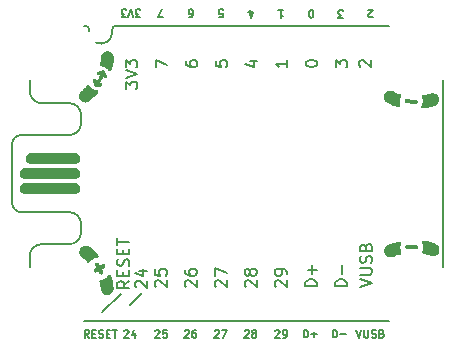
<source format=gto>
%TF.GenerationSoftware,KiCad,Pcbnew,9.0.0*%
%TF.CreationDate,2025-03-25T13:50:56+00:00*%
%TF.ProjectId,vm_rp2040_pogo_mh_0.1,766d5f72-7032-4303-9430-5f706f676f5f,v0.1*%
%TF.SameCoordinates,Original*%
%TF.FileFunction,Legend,Top*%
%TF.FilePolarity,Positive*%
%FSLAX45Y45*%
G04 Gerber Fmt 4.5, Leading zero omitted, Abs format (unit mm)*
G04 Created by KiCad (PCBNEW 9.0.0) date 2025-03-25 13:50:56*
%MOMM*%
%LPD*%
G01*
G04 APERTURE LIST*
%ADD10C,0.200000*%
%ADD11C,0.162500*%
%ADD12C,0.010000*%
%ADD13C,0.000000*%
G04 APERTURE END LIST*
D10*
X-1900000Y247000D02*
X-1900000Y-247000D01*
X-1414800Y597000D02*
G75*
G02*
X-1315003Y497000I102J-99696D01*
G01*
X-981457Y-1015131D02*
X-1140640Y-1174314D01*
X-1650000Y597000D02*
G75*
G02*
X-1750002Y697000I42J100044D01*
G01*
X-1050000Y1225000D02*
G75*
G02*
X-1025000Y1249996I24912J84D01*
G01*
X-1900000Y247000D02*
G75*
G02*
X-1820000Y326996I79882J114D01*
G01*
X-803022Y-1010720D02*
X-900654Y-1108352D01*
X-1050000Y1200000D02*
X-1050000Y1225000D01*
X-1050000Y1200000D02*
G75*
G02*
X-1190614Y1108619I-100000J0D01*
G01*
X-1820000Y-327000D02*
G75*
G02*
X-1900002Y-247000I-108J79894D01*
G01*
X-1414800Y327000D02*
X-1820000Y327000D01*
X-1290000Y-1250000D02*
X1290000Y-1250000D01*
X-1750000Y-697000D02*
G75*
G02*
X-1650000Y-597004I100032J-36D01*
G01*
X-1414800Y-597000D02*
X-1650000Y-597000D01*
X-1650000Y597000D02*
X-1414800Y597000D01*
X-1275000Y1250000D02*
G75*
G02*
X-1250002Y1225000I82J-24916D01*
G01*
X-1415000Y-327000D02*
G75*
G02*
X-1315002Y-427000I-38J-100036D01*
G01*
X1290000Y1250000D02*
X-1025000Y1250000D01*
X-1750000Y790000D02*
X-1750000Y697000D01*
X-1250000Y1225000D02*
X-1250000Y1210000D01*
X1750000Y-790000D02*
X1750000Y790000D01*
X-1314800Y-497000D02*
X-1315000Y-427000D01*
X-1314800Y-497000D02*
G75*
G02*
X-1414800Y-597004I-100048J44D01*
G01*
X-1275000Y1250000D02*
X-1290000Y1250000D01*
X-1750000Y-697000D02*
X-1750000Y-790000D01*
X-1315000Y427000D02*
X-1315000Y497000D01*
X-1820000Y-327000D02*
X-1415000Y-327000D01*
X-1315000Y427000D02*
G75*
G02*
X-1414800Y326996I-100048J44D01*
G01*
X-847098Y-963753D02*
X-851860Y-958991D01*
X-851860Y-958991D02*
X-856622Y-949467D01*
X-856622Y-949467D02*
X-856622Y-925657D01*
X-856622Y-925657D02*
X-851860Y-916134D01*
X-851860Y-916134D02*
X-847098Y-911372D01*
X-847098Y-911372D02*
X-837574Y-906610D01*
X-837574Y-906610D02*
X-828050Y-906610D01*
X-828050Y-906610D02*
X-813765Y-911372D01*
X-813765Y-911372D02*
X-756622Y-968515D01*
X-756622Y-968515D02*
X-756622Y-906610D01*
X-823289Y-820896D02*
X-756622Y-820896D01*
X-861384Y-844705D02*
X-789955Y-868515D01*
X-789955Y-868515D02*
X-789955Y-806610D01*
D11*
X903734Y1321728D02*
X863496Y1321728D01*
X863496Y1321728D02*
X885163Y1346490D01*
X885163Y1346490D02*
X875877Y1346490D01*
X875877Y1346490D02*
X869686Y1349585D01*
X869686Y1349585D02*
X866591Y1352681D01*
X866591Y1352681D02*
X863496Y1358871D01*
X863496Y1358871D02*
X863496Y1374347D01*
X863496Y1374347D02*
X866591Y1380538D01*
X866591Y1380538D02*
X869686Y1383633D01*
X869686Y1383633D02*
X875877Y1386728D01*
X875877Y1386728D02*
X894448Y1386728D01*
X894448Y1386728D02*
X900639Y1383633D01*
X900639Y1383633D02*
X903734Y1380538D01*
X-686294Y-1329744D02*
X-683199Y-1326649D01*
X-683199Y-1326649D02*
X-677008Y-1323554D01*
X-677008Y-1323554D02*
X-661532Y-1323554D01*
X-661532Y-1323554D02*
X-655341Y-1326649D01*
X-655341Y-1326649D02*
X-652246Y-1329744D01*
X-652246Y-1329744D02*
X-649151Y-1335935D01*
X-649151Y-1335935D02*
X-649151Y-1342125D01*
X-649151Y-1342125D02*
X-652246Y-1351411D01*
X-652246Y-1351411D02*
X-689389Y-1388554D01*
X-689389Y-1388554D02*
X-649151Y-1388554D01*
X-590341Y-1323554D02*
X-621294Y-1323554D01*
X-621294Y-1323554D02*
X-624389Y-1354506D01*
X-624389Y-1354506D02*
X-621294Y-1351411D01*
X-621294Y-1351411D02*
X-615103Y-1348316D01*
X-615103Y-1348316D02*
X-599627Y-1348316D01*
X-599627Y-1348316D02*
X-593437Y-1351411D01*
X-593437Y-1351411D02*
X-590341Y-1354506D01*
X-590341Y-1354506D02*
X-587246Y-1360697D01*
X-587246Y-1360697D02*
X-587246Y-1376173D01*
X-587246Y-1376173D02*
X-590341Y-1382363D01*
X-590341Y-1382363D02*
X-593437Y-1385459D01*
X-593437Y-1385459D02*
X-599627Y-1388554D01*
X-599627Y-1388554D02*
X-615103Y-1388554D01*
X-615103Y-1388554D02*
X-621294Y-1385459D01*
X-621294Y-1385459D02*
X-624389Y-1382363D01*
X-147074Y1324936D02*
X-116121Y1324936D01*
X-116121Y1324936D02*
X-113026Y1355888D01*
X-113026Y1355888D02*
X-116121Y1352793D01*
X-116121Y1352793D02*
X-122312Y1349698D01*
X-122312Y1349698D02*
X-137788Y1349698D01*
X-137788Y1349698D02*
X-143979Y1352793D01*
X-143979Y1352793D02*
X-147074Y1355888D01*
X-147074Y1355888D02*
X-150169Y1362079D01*
X-150169Y1362079D02*
X-150169Y1377555D01*
X-150169Y1377555D02*
X-147074Y1383746D01*
X-147074Y1383746D02*
X-143979Y1386841D01*
X-143979Y1386841D02*
X-137788Y1389936D01*
X-137788Y1389936D02*
X-122312Y1389936D01*
X-122312Y1389936D02*
X-116121Y1386841D01*
X-116121Y1386841D02*
X-113026Y1383746D01*
D10*
X-907716Y-910309D02*
X-955335Y-943642D01*
X-907716Y-967452D02*
X-1007716Y-967452D01*
X-1007716Y-967452D02*
X-1007716Y-929357D01*
X-1007716Y-929357D02*
X-1002954Y-919833D01*
X-1002954Y-919833D02*
X-998192Y-915071D01*
X-998192Y-915071D02*
X-988668Y-910309D01*
X-988668Y-910309D02*
X-974382Y-910309D01*
X-974382Y-910309D02*
X-964859Y-915071D01*
X-964859Y-915071D02*
X-960097Y-919833D01*
X-960097Y-919833D02*
X-955335Y-929357D01*
X-955335Y-929357D02*
X-955335Y-967452D01*
X-960097Y-867452D02*
X-960097Y-834119D01*
X-907716Y-819833D02*
X-907716Y-867452D01*
X-907716Y-867452D02*
X-1007716Y-867452D01*
X-1007716Y-867452D02*
X-1007716Y-819833D01*
X-912478Y-781738D02*
X-907716Y-767452D01*
X-907716Y-767452D02*
X-907716Y-743642D01*
X-907716Y-743642D02*
X-912478Y-734119D01*
X-912478Y-734119D02*
X-917240Y-729357D01*
X-917240Y-729357D02*
X-926763Y-724595D01*
X-926763Y-724595D02*
X-936287Y-724595D01*
X-936287Y-724595D02*
X-945811Y-729357D01*
X-945811Y-729357D02*
X-950573Y-734119D01*
X-950573Y-734119D02*
X-955335Y-743642D01*
X-955335Y-743642D02*
X-960097Y-762690D01*
X-960097Y-762690D02*
X-964859Y-772214D01*
X-964859Y-772214D02*
X-969620Y-776976D01*
X-969620Y-776976D02*
X-979144Y-781738D01*
X-979144Y-781738D02*
X-988668Y-781738D01*
X-988668Y-781738D02*
X-998192Y-776976D01*
X-998192Y-776976D02*
X-1002954Y-772214D01*
X-1002954Y-772214D02*
X-1007716Y-762690D01*
X-1007716Y-762690D02*
X-1007716Y-738880D01*
X-1007716Y-738880D02*
X-1002954Y-724595D01*
X-960097Y-681738D02*
X-960097Y-648404D01*
X-907716Y-634119D02*
X-907716Y-681738D01*
X-907716Y-681738D02*
X-1007716Y-681738D01*
X-1007716Y-681738D02*
X-1007716Y-634119D01*
X-1007716Y-605547D02*
X-1007716Y-548404D01*
X-907716Y-576976D02*
X-1007716Y-576976D01*
X1045951Y-955715D02*
X1145951Y-922381D01*
X1145951Y-922381D02*
X1045951Y-889048D01*
X1045951Y-855715D02*
X1126904Y-855715D01*
X1126904Y-855715D02*
X1136427Y-850953D01*
X1136427Y-850953D02*
X1141189Y-846191D01*
X1141189Y-846191D02*
X1145951Y-836667D01*
X1145951Y-836667D02*
X1145951Y-817620D01*
X1145951Y-817620D02*
X1141189Y-808096D01*
X1141189Y-808096D02*
X1136427Y-803334D01*
X1136427Y-803334D02*
X1126904Y-798572D01*
X1126904Y-798572D02*
X1045951Y-798572D01*
X1141189Y-755715D02*
X1145951Y-741429D01*
X1145951Y-741429D02*
X1145951Y-717620D01*
X1145951Y-717620D02*
X1141189Y-708096D01*
X1141189Y-708096D02*
X1136427Y-703334D01*
X1136427Y-703334D02*
X1126904Y-698572D01*
X1126904Y-698572D02*
X1117380Y-698572D01*
X1117380Y-698572D02*
X1107856Y-703334D01*
X1107856Y-703334D02*
X1103094Y-708096D01*
X1103094Y-708096D02*
X1098332Y-717620D01*
X1098332Y-717620D02*
X1093570Y-736667D01*
X1093570Y-736667D02*
X1088808Y-746191D01*
X1088808Y-746191D02*
X1084046Y-750953D01*
X1084046Y-750953D02*
X1074523Y-755715D01*
X1074523Y-755715D02*
X1064999Y-755715D01*
X1064999Y-755715D02*
X1055475Y-750953D01*
X1055475Y-750953D02*
X1050713Y-746191D01*
X1050713Y-746191D02*
X1045951Y-736667D01*
X1045951Y-736667D02*
X1045951Y-712858D01*
X1045951Y-712858D02*
X1050713Y-698572D01*
X1093570Y-622382D02*
X1098332Y-608096D01*
X1098332Y-608096D02*
X1103094Y-603334D01*
X1103094Y-603334D02*
X1112618Y-598572D01*
X1112618Y-598572D02*
X1126904Y-598572D01*
X1126904Y-598572D02*
X1136427Y-603334D01*
X1136427Y-603334D02*
X1141189Y-608096D01*
X1141189Y-608096D02*
X1145951Y-617620D01*
X1145951Y-617620D02*
X1145951Y-655715D01*
X1145951Y-655715D02*
X1045951Y-655715D01*
X1045951Y-655715D02*
X1045951Y-622382D01*
X1045951Y-622382D02*
X1050713Y-612858D01*
X1050713Y-612858D02*
X1055475Y-608096D01*
X1055475Y-608096D02*
X1064999Y-603334D01*
X1064999Y-603334D02*
X1074523Y-603334D01*
X1074523Y-603334D02*
X1084046Y-608096D01*
X1084046Y-608096D02*
X1088808Y-612858D01*
X1088808Y-612858D02*
X1093570Y-622382D01*
X1093570Y-622382D02*
X1093570Y-655715D01*
X1049233Y904954D02*
X1044471Y909716D01*
X1044471Y909716D02*
X1039709Y919240D01*
X1039709Y919240D02*
X1039709Y943049D01*
X1039709Y943049D02*
X1044471Y952573D01*
X1044471Y952573D02*
X1049233Y957335D01*
X1049233Y957335D02*
X1058756Y962097D01*
X1058756Y962097D02*
X1068280Y962097D01*
X1068280Y962097D02*
X1082566Y957335D01*
X1082566Y957335D02*
X1139709Y900192D01*
X1139709Y900192D02*
X1139709Y962097D01*
D11*
X-1248634Y-1389267D02*
X-1270301Y-1358314D01*
X-1285777Y-1389267D02*
X-1285777Y-1324267D01*
X-1285777Y-1324267D02*
X-1261015Y-1324267D01*
X-1261015Y-1324267D02*
X-1254825Y-1327362D01*
X-1254825Y-1327362D02*
X-1251729Y-1330457D01*
X-1251729Y-1330457D02*
X-1248634Y-1336648D01*
X-1248634Y-1336648D02*
X-1248634Y-1345934D01*
X-1248634Y-1345934D02*
X-1251729Y-1352124D01*
X-1251729Y-1352124D02*
X-1254825Y-1355219D01*
X-1254825Y-1355219D02*
X-1261015Y-1358314D01*
X-1261015Y-1358314D02*
X-1285777Y-1358314D01*
X-1220777Y-1355219D02*
X-1199110Y-1355219D01*
X-1189825Y-1389267D02*
X-1220777Y-1389267D01*
X-1220777Y-1389267D02*
X-1220777Y-1324267D01*
X-1220777Y-1324267D02*
X-1189825Y-1324267D01*
X-1165063Y-1386172D02*
X-1155777Y-1389267D01*
X-1155777Y-1389267D02*
X-1140301Y-1389267D01*
X-1140301Y-1389267D02*
X-1134110Y-1386172D01*
X-1134110Y-1386172D02*
X-1131015Y-1383076D01*
X-1131015Y-1383076D02*
X-1127920Y-1376886D01*
X-1127920Y-1376886D02*
X-1127920Y-1370695D01*
X-1127920Y-1370695D02*
X-1131015Y-1364505D01*
X-1131015Y-1364505D02*
X-1134110Y-1361410D01*
X-1134110Y-1361410D02*
X-1140301Y-1358314D01*
X-1140301Y-1358314D02*
X-1152682Y-1355219D01*
X-1152682Y-1355219D02*
X-1158872Y-1352124D01*
X-1158872Y-1352124D02*
X-1161967Y-1349029D01*
X-1161967Y-1349029D02*
X-1165063Y-1342838D01*
X-1165063Y-1342838D02*
X-1165063Y-1336648D01*
X-1165063Y-1336648D02*
X-1161967Y-1330457D01*
X-1161967Y-1330457D02*
X-1158872Y-1327362D01*
X-1158872Y-1327362D02*
X-1152682Y-1324267D01*
X-1152682Y-1324267D02*
X-1137206Y-1324267D01*
X-1137206Y-1324267D02*
X-1127920Y-1327362D01*
X-1100063Y-1355219D02*
X-1078396Y-1355219D01*
X-1069110Y-1389267D02*
X-1100063Y-1389267D01*
X-1100063Y-1389267D02*
X-1100063Y-1324267D01*
X-1100063Y-1324267D02*
X-1069110Y-1324267D01*
X-1050539Y-1324267D02*
X-1013396Y-1324267D01*
X-1031967Y-1389267D02*
X-1031967Y-1324267D01*
D10*
X-681196Y-957962D02*
X-685958Y-953200D01*
X-685958Y-953200D02*
X-690720Y-943676D01*
X-690720Y-943676D02*
X-690720Y-919866D01*
X-690720Y-919866D02*
X-685958Y-910343D01*
X-685958Y-910343D02*
X-681196Y-905581D01*
X-681196Y-905581D02*
X-671672Y-900819D01*
X-671672Y-900819D02*
X-662149Y-900819D01*
X-662149Y-900819D02*
X-647863Y-905581D01*
X-647863Y-905581D02*
X-590720Y-962723D01*
X-590720Y-962723D02*
X-590720Y-900819D01*
X-690720Y-810343D02*
X-690720Y-857962D01*
X-690720Y-857962D02*
X-643101Y-862723D01*
X-643101Y-862723D02*
X-647863Y-857962D01*
X-647863Y-857962D02*
X-652625Y-848438D01*
X-652625Y-848438D02*
X-652625Y-824628D01*
X-652625Y-824628D02*
X-647863Y-815104D01*
X-647863Y-815104D02*
X-643101Y-810343D01*
X-643101Y-810343D02*
X-633577Y-805581D01*
X-633577Y-805581D02*
X-609768Y-805581D01*
X-609768Y-805581D02*
X-600244Y-810343D01*
X-600244Y-810343D02*
X-595482Y-815104D01*
X-595482Y-815104D02*
X-590720Y-824628D01*
X-590720Y-824628D02*
X-590720Y-848438D01*
X-590720Y-848438D02*
X-595482Y-857962D01*
X-595482Y-857962D02*
X-600244Y-862723D01*
D11*
X-437640Y-1329259D02*
X-434545Y-1326164D01*
X-434545Y-1326164D02*
X-428354Y-1323068D01*
X-428354Y-1323068D02*
X-412878Y-1323068D01*
X-412878Y-1323068D02*
X-406688Y-1326164D01*
X-406688Y-1326164D02*
X-403592Y-1329259D01*
X-403592Y-1329259D02*
X-400497Y-1335449D01*
X-400497Y-1335449D02*
X-400497Y-1341640D01*
X-400497Y-1341640D02*
X-403592Y-1350926D01*
X-403592Y-1350926D02*
X-440735Y-1388068D01*
X-440735Y-1388068D02*
X-400497Y-1388068D01*
X-344783Y-1323068D02*
X-357164Y-1323068D01*
X-357164Y-1323068D02*
X-363354Y-1326164D01*
X-363354Y-1326164D02*
X-366450Y-1329259D01*
X-366450Y-1329259D02*
X-372640Y-1338545D01*
X-372640Y-1338545D02*
X-375735Y-1350926D01*
X-375735Y-1350926D02*
X-375735Y-1375687D01*
X-375735Y-1375687D02*
X-372640Y-1381878D01*
X-372640Y-1381878D02*
X-369545Y-1384973D01*
X-369545Y-1384973D02*
X-363354Y-1388068D01*
X-363354Y-1388068D02*
X-350973Y-1388068D01*
X-350973Y-1388068D02*
X-344783Y-1384973D01*
X-344783Y-1384973D02*
X-341688Y-1381878D01*
X-341688Y-1381878D02*
X-338592Y-1375687D01*
X-338592Y-1375687D02*
X-338592Y-1360211D01*
X-338592Y-1360211D02*
X-341688Y-1354021D01*
X-341688Y-1354021D02*
X-344783Y-1350926D01*
X-344783Y-1350926D02*
X-350973Y-1347830D01*
X-350973Y-1347830D02*
X-363354Y-1347830D01*
X-363354Y-1347830D02*
X-369545Y-1350926D01*
X-369545Y-1350926D02*
X-372640Y-1354021D01*
X-372640Y-1354021D02*
X-375735Y-1360211D01*
D10*
X-684050Y898889D02*
X-684050Y965555D01*
X-684050Y965555D02*
X-584050Y922698D01*
X-430050Y951269D02*
X-430050Y932222D01*
X-430050Y932222D02*
X-425288Y922698D01*
X-425288Y922698D02*
X-420526Y917936D01*
X-420526Y917936D02*
X-406240Y908412D01*
X-406240Y908412D02*
X-387193Y903650D01*
X-387193Y903650D02*
X-349098Y903650D01*
X-349098Y903650D02*
X-339574Y908412D01*
X-339574Y908412D02*
X-334812Y913174D01*
X-334812Y913174D02*
X-330050Y922698D01*
X-330050Y922698D02*
X-330050Y941746D01*
X-330050Y941746D02*
X-334812Y951269D01*
X-334812Y951269D02*
X-339574Y956031D01*
X-339574Y956031D02*
X-349098Y960793D01*
X-349098Y960793D02*
X-372907Y960793D01*
X-372907Y960793D02*
X-382431Y956031D01*
X-382431Y956031D02*
X-387193Y951269D01*
X-387193Y951269D02*
X-391955Y941746D01*
X-391955Y941746D02*
X-391955Y922698D01*
X-391955Y922698D02*
X-387193Y913174D01*
X-387193Y913174D02*
X-382431Y908412D01*
X-382431Y908412D02*
X-372907Y903650D01*
D11*
X-618367Y1328144D02*
X-661701Y1328144D01*
X-661701Y1328144D02*
X-633844Y1393144D01*
X-184224Y-1329259D02*
X-181129Y-1326164D01*
X-181129Y-1326164D02*
X-174938Y-1323068D01*
X-174938Y-1323068D02*
X-159462Y-1323068D01*
X-159462Y-1323068D02*
X-153272Y-1326164D01*
X-153272Y-1326164D02*
X-150176Y-1329259D01*
X-150176Y-1329259D02*
X-147081Y-1335449D01*
X-147081Y-1335449D02*
X-147081Y-1341640D01*
X-147081Y-1341640D02*
X-150176Y-1350926D01*
X-150176Y-1350926D02*
X-187319Y-1388068D01*
X-187319Y-1388068D02*
X-147081Y-1388068D01*
X-125414Y-1323068D02*
X-82081Y-1323068D01*
X-82081Y-1323068D02*
X-109938Y-1388068D01*
D10*
X679280Y-953200D02*
X579280Y-953200D01*
X579280Y-953200D02*
X579280Y-929390D01*
X579280Y-929390D02*
X584042Y-915104D01*
X584042Y-915104D02*
X593566Y-905581D01*
X593566Y-905581D02*
X603090Y-900819D01*
X603090Y-900819D02*
X622137Y-896057D01*
X622137Y-896057D02*
X636423Y-896057D01*
X636423Y-896057D02*
X655470Y-900819D01*
X655470Y-900819D02*
X664994Y-905581D01*
X664994Y-905581D02*
X674518Y-915104D01*
X674518Y-915104D02*
X679280Y-929390D01*
X679280Y-929390D02*
X679280Y-953200D01*
X641185Y-853200D02*
X641185Y-777009D01*
X679280Y-815104D02*
X603090Y-815104D01*
D11*
X-814043Y1326540D02*
X-854281Y1326540D01*
X-854281Y1326540D02*
X-832615Y1351302D01*
X-832615Y1351302D02*
X-841900Y1351302D01*
X-841900Y1351302D02*
X-848091Y1354397D01*
X-848091Y1354397D02*
X-851186Y1357492D01*
X-851186Y1357492D02*
X-854281Y1363683D01*
X-854281Y1363683D02*
X-854281Y1379159D01*
X-854281Y1379159D02*
X-851186Y1385349D01*
X-851186Y1385349D02*
X-848091Y1388445D01*
X-848091Y1388445D02*
X-841900Y1391540D01*
X-841900Y1391540D02*
X-823329Y1391540D01*
X-823329Y1391540D02*
X-817138Y1388445D01*
X-817138Y1388445D02*
X-814043Y1385349D01*
X-872853Y1326540D02*
X-894519Y1391540D01*
X-894519Y1391540D02*
X-916186Y1326540D01*
X-931662Y1326540D02*
X-971900Y1326540D01*
X-971900Y1326540D02*
X-950234Y1351302D01*
X-950234Y1351302D02*
X-959519Y1351302D01*
X-959519Y1351302D02*
X-965710Y1354397D01*
X-965710Y1354397D02*
X-968805Y1357492D01*
X-968805Y1357492D02*
X-971900Y1363683D01*
X-971900Y1363683D02*
X-971900Y1379159D01*
X-971900Y1379159D02*
X-968805Y1385349D01*
X-968805Y1385349D02*
X-965710Y1388445D01*
X-965710Y1388445D02*
X-959519Y1391540D01*
X-959519Y1391540D02*
X-940948Y1391540D01*
X-940948Y1391540D02*
X-934758Y1388445D01*
X-934758Y1388445D02*
X-931662Y1385349D01*
X815681Y-1386465D02*
X815681Y-1321465D01*
X815681Y-1321465D02*
X831158Y-1321465D01*
X831158Y-1321465D02*
X840443Y-1324560D01*
X840443Y-1324560D02*
X846634Y-1330750D01*
X846634Y-1330750D02*
X849729Y-1336941D01*
X849729Y-1336941D02*
X852824Y-1349322D01*
X852824Y-1349322D02*
X852824Y-1358607D01*
X852824Y-1358607D02*
X849729Y-1370988D01*
X849729Y-1370988D02*
X846634Y-1377179D01*
X846634Y-1377179D02*
X840443Y-1383369D01*
X840443Y-1383369D02*
X831158Y-1386465D01*
X831158Y-1386465D02*
X815681Y-1386465D01*
X880681Y-1361703D02*
X930205Y-1361703D01*
X1154055Y1329523D02*
X1150960Y1326427D01*
X1150960Y1326427D02*
X1144769Y1323332D01*
X1144769Y1323332D02*
X1129293Y1323332D01*
X1129293Y1323332D02*
X1123103Y1326427D01*
X1123103Y1326427D02*
X1120008Y1329523D01*
X1120008Y1329523D02*
X1116912Y1335713D01*
X1116912Y1335713D02*
X1116912Y1341904D01*
X1116912Y1341904D02*
X1120008Y1351189D01*
X1120008Y1351189D02*
X1157150Y1388332D01*
X1157150Y1388332D02*
X1116912Y1388332D01*
X69192Y-1329259D02*
X72288Y-1326164D01*
X72288Y-1326164D02*
X78478Y-1323068D01*
X78478Y-1323068D02*
X93954Y-1323068D01*
X93954Y-1323068D02*
X100145Y-1326164D01*
X100145Y-1326164D02*
X103240Y-1329259D01*
X103240Y-1329259D02*
X106335Y-1335449D01*
X106335Y-1335449D02*
X106335Y-1341640D01*
X106335Y-1341640D02*
X103240Y-1350926D01*
X103240Y-1350926D02*
X66097Y-1388068D01*
X66097Y-1388068D02*
X106335Y-1388068D01*
X143478Y-1350926D02*
X137288Y-1347830D01*
X137288Y-1347830D02*
X134192Y-1344735D01*
X134192Y-1344735D02*
X131097Y-1338545D01*
X131097Y-1338545D02*
X131097Y-1335449D01*
X131097Y-1335449D02*
X134192Y-1329259D01*
X134192Y-1329259D02*
X137288Y-1326164D01*
X137288Y-1326164D02*
X143478Y-1323068D01*
X143478Y-1323068D02*
X155859Y-1323068D01*
X155859Y-1323068D02*
X162050Y-1326164D01*
X162050Y-1326164D02*
X165145Y-1329259D01*
X165145Y-1329259D02*
X168240Y-1335449D01*
X168240Y-1335449D02*
X168240Y-1338545D01*
X168240Y-1338545D02*
X165145Y-1344735D01*
X165145Y-1344735D02*
X162050Y-1347830D01*
X162050Y-1347830D02*
X155859Y-1350926D01*
X155859Y-1350926D02*
X143478Y-1350926D01*
X143478Y-1350926D02*
X137288Y-1354021D01*
X137288Y-1354021D02*
X134192Y-1357116D01*
X134192Y-1357116D02*
X131097Y-1363307D01*
X131097Y-1363307D02*
X131097Y-1375687D01*
X131097Y-1375687D02*
X134192Y-1381878D01*
X134192Y-1381878D02*
X137288Y-1384973D01*
X137288Y-1384973D02*
X143478Y-1388068D01*
X143478Y-1388068D02*
X155859Y-1388068D01*
X155859Y-1388068D02*
X162050Y-1384973D01*
X162050Y-1384973D02*
X165145Y-1381878D01*
X165145Y-1381878D02*
X168240Y-1375687D01*
X168240Y-1375687D02*
X168240Y-1363307D01*
X168240Y-1363307D02*
X165145Y-1357116D01*
X165145Y-1357116D02*
X162050Y-1354021D01*
X162050Y-1354021D02*
X155859Y-1350926D01*
X355059Y1383520D02*
X392202Y1383520D01*
X373631Y1383520D02*
X373631Y1318520D01*
X373631Y1318520D02*
X379821Y1327806D01*
X379821Y1327806D02*
X386012Y1333997D01*
X386012Y1333997D02*
X392202Y1337092D01*
D10*
X-176050Y956031D02*
X-176050Y908412D01*
X-176050Y908412D02*
X-128431Y903650D01*
X-128431Y903650D02*
X-133193Y908412D01*
X-133193Y908412D02*
X-137955Y917936D01*
X-137955Y917936D02*
X-137955Y941746D01*
X-137955Y941746D02*
X-133193Y951269D01*
X-133193Y951269D02*
X-128431Y956031D01*
X-128431Y956031D02*
X-118907Y960793D01*
X-118907Y960793D02*
X-95097Y960793D01*
X-95097Y960793D02*
X-85574Y956031D01*
X-85574Y956031D02*
X-80812Y951269D01*
X-80812Y951269D02*
X-76050Y941746D01*
X-76050Y941746D02*
X-76050Y917936D01*
X-76050Y917936D02*
X-80812Y908412D01*
X-80812Y908412D02*
X-85574Y903650D01*
D11*
X111042Y1344999D02*
X111042Y1388332D01*
X126518Y1320237D02*
X141994Y1366665D01*
X141994Y1366665D02*
X101756Y1366665D01*
D10*
X431950Y960793D02*
X431950Y903650D01*
X431950Y932222D02*
X331950Y932222D01*
X331950Y932222D02*
X346236Y922698D01*
X346236Y922698D02*
X355760Y913174D01*
X355760Y913174D02*
X360522Y903650D01*
X933280Y-953200D02*
X833280Y-953200D01*
X833280Y-953200D02*
X833280Y-929390D01*
X833280Y-929390D02*
X838042Y-915104D01*
X838042Y-915104D02*
X847566Y-905581D01*
X847566Y-905581D02*
X857089Y-900819D01*
X857089Y-900819D02*
X876137Y-896057D01*
X876137Y-896057D02*
X890423Y-896057D01*
X890423Y-896057D02*
X909470Y-900819D01*
X909470Y-900819D02*
X918994Y-905581D01*
X918994Y-905581D02*
X928518Y-915104D01*
X928518Y-915104D02*
X933280Y-929390D01*
X933280Y-929390D02*
X933280Y-953200D01*
X895185Y-853200D02*
X895185Y-777009D01*
X839950Y898889D02*
X839950Y960793D01*
X839950Y960793D02*
X878045Y927460D01*
X878045Y927460D02*
X878045Y941746D01*
X878045Y941746D02*
X882807Y951269D01*
X882807Y951269D02*
X887569Y956031D01*
X887569Y956031D02*
X897093Y960793D01*
X897093Y960793D02*
X920902Y960793D01*
X920902Y960793D02*
X930426Y956031D01*
X930426Y956031D02*
X935188Y951269D01*
X935188Y951269D02*
X939950Y941746D01*
X939950Y941746D02*
X939950Y913174D01*
X939950Y913174D02*
X935188Y903650D01*
X935188Y903650D02*
X930426Y898889D01*
D11*
X-948264Y-1329914D02*
X-945169Y-1326818D01*
X-945169Y-1326818D02*
X-938978Y-1323723D01*
X-938978Y-1323723D02*
X-923502Y-1323723D01*
X-923502Y-1323723D02*
X-917312Y-1326818D01*
X-917312Y-1326818D02*
X-914217Y-1329914D01*
X-914217Y-1329914D02*
X-911121Y-1336104D01*
X-911121Y-1336104D02*
X-911121Y-1342294D01*
X-911121Y-1342294D02*
X-914217Y-1351580D01*
X-914217Y-1351580D02*
X-951359Y-1388723D01*
X-951359Y-1388723D02*
X-911121Y-1388723D01*
X-855407Y-1345390D02*
X-855407Y-1388723D01*
X-870883Y-1320628D02*
X-886359Y-1367056D01*
X-886359Y-1367056D02*
X-846121Y-1367056D01*
D10*
X-173196Y-957962D02*
X-177958Y-953200D01*
X-177958Y-953200D02*
X-182720Y-943676D01*
X-182720Y-943676D02*
X-182720Y-919866D01*
X-182720Y-919866D02*
X-177958Y-910343D01*
X-177958Y-910343D02*
X-173196Y-905581D01*
X-173196Y-905581D02*
X-163672Y-900819D01*
X-163672Y-900819D02*
X-154149Y-900819D01*
X-154149Y-900819D02*
X-139863Y-905581D01*
X-139863Y-905581D02*
X-82720Y-962723D01*
X-82720Y-962723D02*
X-82720Y-900819D01*
X-182720Y-867485D02*
X-182720Y-800819D01*
X-182720Y-800819D02*
X-82720Y-843676D01*
X111283Y951269D02*
X177950Y951269D01*
X73188Y927460D02*
X144617Y903650D01*
X144617Y903650D02*
X144617Y965555D01*
X-938050Y717936D02*
X-938050Y779841D01*
X-938050Y779841D02*
X-899955Y746508D01*
X-899955Y746508D02*
X-899955Y760793D01*
X-899955Y760793D02*
X-895193Y770317D01*
X-895193Y770317D02*
X-890431Y775079D01*
X-890431Y775079D02*
X-880907Y779841D01*
X-880907Y779841D02*
X-857097Y779841D01*
X-857097Y779841D02*
X-847574Y775079D01*
X-847574Y775079D02*
X-842812Y770317D01*
X-842812Y770317D02*
X-838050Y760793D01*
X-838050Y760793D02*
X-838050Y732222D01*
X-838050Y732222D02*
X-842812Y722698D01*
X-842812Y722698D02*
X-847574Y717936D01*
X-938050Y808412D02*
X-838050Y841746D01*
X-838050Y841746D02*
X-938050Y875079D01*
X-938050Y898889D02*
X-938050Y960793D01*
X-938050Y960793D02*
X-899955Y927460D01*
X-899955Y927460D02*
X-899955Y941746D01*
X-899955Y941746D02*
X-895193Y951269D01*
X-895193Y951269D02*
X-890431Y956031D01*
X-890431Y956031D02*
X-880907Y960793D01*
X-880907Y960793D02*
X-857097Y960793D01*
X-857097Y960793D02*
X-847574Y956031D01*
X-847574Y956031D02*
X-842812Y951269D01*
X-842812Y951269D02*
X-838050Y941746D01*
X-838050Y941746D02*
X-838050Y913174D01*
X-838050Y913174D02*
X-842812Y903650D01*
X-842812Y903650D02*
X-847574Y898889D01*
X-427196Y-957962D02*
X-431958Y-953200D01*
X-431958Y-953200D02*
X-436720Y-943676D01*
X-436720Y-943676D02*
X-436720Y-919866D01*
X-436720Y-919866D02*
X-431958Y-910343D01*
X-431958Y-910343D02*
X-427196Y-905581D01*
X-427196Y-905581D02*
X-417672Y-900819D01*
X-417672Y-900819D02*
X-408149Y-900819D01*
X-408149Y-900819D02*
X-393863Y-905581D01*
X-393863Y-905581D02*
X-336720Y-962723D01*
X-336720Y-962723D02*
X-336720Y-900819D01*
X-436720Y-815104D02*
X-436720Y-834152D01*
X-436720Y-834152D02*
X-431958Y-843676D01*
X-431958Y-843676D02*
X-427196Y-848438D01*
X-427196Y-848438D02*
X-412910Y-857962D01*
X-412910Y-857962D02*
X-393863Y-862723D01*
X-393863Y-862723D02*
X-355768Y-862723D01*
X-355768Y-862723D02*
X-346244Y-857962D01*
X-346244Y-857962D02*
X-341482Y-853200D01*
X-341482Y-853200D02*
X-336720Y-843676D01*
X-336720Y-843676D02*
X-336720Y-824628D01*
X-336720Y-824628D02*
X-341482Y-815104D01*
X-341482Y-815104D02*
X-346244Y-810343D01*
X-346244Y-810343D02*
X-355768Y-805581D01*
X-355768Y-805581D02*
X-379577Y-805581D01*
X-379577Y-805581D02*
X-389101Y-810343D01*
X-389101Y-810343D02*
X-393863Y-815104D01*
X-393863Y-815104D02*
X-398625Y-824628D01*
X-398625Y-824628D02*
X-398625Y-843676D01*
X-398625Y-843676D02*
X-393863Y-853200D01*
X-393863Y-853200D02*
X-389101Y-857962D01*
X-389101Y-857962D02*
X-379577Y-862723D01*
X334804Y-957962D02*
X330042Y-953200D01*
X330042Y-953200D02*
X325280Y-943676D01*
X325280Y-943676D02*
X325280Y-919866D01*
X325280Y-919866D02*
X330042Y-910343D01*
X330042Y-910343D02*
X334804Y-905581D01*
X334804Y-905581D02*
X344328Y-900819D01*
X344328Y-900819D02*
X353851Y-900819D01*
X353851Y-900819D02*
X368137Y-905581D01*
X368137Y-905581D02*
X425280Y-962723D01*
X425280Y-962723D02*
X425280Y-900819D01*
X425280Y-853200D02*
X425280Y-834152D01*
X425280Y-834152D02*
X420518Y-824628D01*
X420518Y-824628D02*
X415756Y-819866D01*
X415756Y-819866D02*
X401470Y-810343D01*
X401470Y-810343D02*
X382423Y-805581D01*
X382423Y-805581D02*
X344328Y-805581D01*
X344328Y-805581D02*
X334804Y-810343D01*
X334804Y-810343D02*
X330042Y-815104D01*
X330042Y-815104D02*
X325280Y-824628D01*
X325280Y-824628D02*
X325280Y-843676D01*
X325280Y-843676D02*
X330042Y-853200D01*
X330042Y-853200D02*
X334804Y-857962D01*
X334804Y-857962D02*
X344328Y-862723D01*
X344328Y-862723D02*
X368137Y-862723D01*
X368137Y-862723D02*
X377661Y-857962D01*
X377661Y-857962D02*
X382423Y-853200D01*
X382423Y-853200D02*
X387185Y-843676D01*
X387185Y-843676D02*
X387185Y-824628D01*
X387185Y-824628D02*
X382423Y-815104D01*
X382423Y-815104D02*
X377661Y-810343D01*
X377661Y-810343D02*
X368137Y-805581D01*
X585950Y927460D02*
X585950Y936984D01*
X585950Y936984D02*
X590712Y946508D01*
X590712Y946508D02*
X595474Y951269D01*
X595474Y951269D02*
X604998Y956031D01*
X604998Y956031D02*
X624045Y960793D01*
X624045Y960793D02*
X647855Y960793D01*
X647855Y960793D02*
X666903Y956031D01*
X666903Y956031D02*
X676426Y951269D01*
X676426Y951269D02*
X681188Y946508D01*
X681188Y946508D02*
X685950Y936984D01*
X685950Y936984D02*
X685950Y927460D01*
X685950Y927460D02*
X681188Y917936D01*
X681188Y917936D02*
X676426Y913174D01*
X676426Y913174D02*
X666903Y908412D01*
X666903Y908412D02*
X647855Y903650D01*
X647855Y903650D02*
X624045Y903650D01*
X624045Y903650D02*
X604998Y908412D01*
X604998Y908412D02*
X595474Y913174D01*
X595474Y913174D02*
X590712Y917936D01*
X590712Y917936D02*
X585950Y927460D01*
D11*
X329024Y-1329259D02*
X332120Y-1326164D01*
X332120Y-1326164D02*
X338310Y-1323068D01*
X338310Y-1323068D02*
X353786Y-1323068D01*
X353786Y-1323068D02*
X359977Y-1326164D01*
X359977Y-1326164D02*
X363072Y-1329259D01*
X363072Y-1329259D02*
X366167Y-1335449D01*
X366167Y-1335449D02*
X366167Y-1341640D01*
X366167Y-1341640D02*
X363072Y-1350926D01*
X363072Y-1350926D02*
X325929Y-1388068D01*
X325929Y-1388068D02*
X366167Y-1388068D01*
X397120Y-1388068D02*
X409500Y-1388068D01*
X409500Y-1388068D02*
X415691Y-1384973D01*
X415691Y-1384973D02*
X418786Y-1381878D01*
X418786Y-1381878D02*
X424977Y-1372592D01*
X424977Y-1372592D02*
X428072Y-1360211D01*
X428072Y-1360211D02*
X428072Y-1335449D01*
X428072Y-1335449D02*
X424977Y-1329259D01*
X424977Y-1329259D02*
X421881Y-1326164D01*
X421881Y-1326164D02*
X415691Y-1323068D01*
X415691Y-1323068D02*
X403310Y-1323068D01*
X403310Y-1323068D02*
X397120Y-1326164D01*
X397120Y-1326164D02*
X394024Y-1329259D01*
X394024Y-1329259D02*
X390929Y-1335449D01*
X390929Y-1335449D02*
X390929Y-1350926D01*
X390929Y-1350926D02*
X394024Y-1357116D01*
X394024Y-1357116D02*
X397120Y-1360211D01*
X397120Y-1360211D02*
X403310Y-1363307D01*
X403310Y-1363307D02*
X415691Y-1363307D01*
X415691Y-1363307D02*
X421881Y-1360211D01*
X421881Y-1360211D02*
X424977Y-1357116D01*
X424977Y-1357116D02*
X428072Y-1350926D01*
D10*
X80804Y-957962D02*
X76042Y-953200D01*
X76042Y-953200D02*
X71280Y-943676D01*
X71280Y-943676D02*
X71280Y-919866D01*
X71280Y-919866D02*
X76042Y-910343D01*
X76042Y-910343D02*
X80804Y-905581D01*
X80804Y-905581D02*
X90328Y-900819D01*
X90328Y-900819D02*
X99851Y-900819D01*
X99851Y-900819D02*
X114137Y-905581D01*
X114137Y-905581D02*
X171280Y-962723D01*
X171280Y-962723D02*
X171280Y-900819D01*
X114137Y-843676D02*
X109375Y-853200D01*
X109375Y-853200D02*
X104613Y-857962D01*
X104613Y-857962D02*
X95089Y-862723D01*
X95089Y-862723D02*
X90328Y-862723D01*
X90328Y-862723D02*
X80804Y-857962D01*
X80804Y-857962D02*
X76042Y-853200D01*
X76042Y-853200D02*
X71280Y-843676D01*
X71280Y-843676D02*
X71280Y-824628D01*
X71280Y-824628D02*
X76042Y-815104D01*
X76042Y-815104D02*
X80804Y-810343D01*
X80804Y-810343D02*
X90328Y-805581D01*
X90328Y-805581D02*
X95089Y-805581D01*
X95089Y-805581D02*
X104613Y-810343D01*
X104613Y-810343D02*
X109375Y-815104D01*
X109375Y-815104D02*
X114137Y-824628D01*
X114137Y-824628D02*
X114137Y-843676D01*
X114137Y-843676D02*
X118899Y-853200D01*
X118899Y-853200D02*
X123661Y-857962D01*
X123661Y-857962D02*
X133185Y-862723D01*
X133185Y-862723D02*
X152232Y-862723D01*
X152232Y-862723D02*
X161756Y-857962D01*
X161756Y-857962D02*
X166518Y-853200D01*
X166518Y-853200D02*
X171280Y-843676D01*
X171280Y-843676D02*
X171280Y-824628D01*
X171280Y-824628D02*
X166518Y-815104D01*
X166518Y-815104D02*
X161756Y-810343D01*
X161756Y-810343D02*
X152232Y-805581D01*
X152232Y-805581D02*
X133185Y-805581D01*
X133185Y-805581D02*
X123661Y-810343D01*
X123661Y-810343D02*
X118899Y-815104D01*
X118899Y-815104D02*
X114137Y-824628D01*
D11*
X-398999Y1326540D02*
X-386618Y1326540D01*
X-386618Y1326540D02*
X-380427Y1329635D01*
X-380427Y1329635D02*
X-377332Y1332730D01*
X-377332Y1332730D02*
X-371142Y1342016D01*
X-371142Y1342016D02*
X-368046Y1354397D01*
X-368046Y1354397D02*
X-368046Y1379159D01*
X-368046Y1379159D02*
X-371142Y1385349D01*
X-371142Y1385349D02*
X-374237Y1388445D01*
X-374237Y1388445D02*
X-380427Y1391540D01*
X-380427Y1391540D02*
X-392808Y1391540D01*
X-392808Y1391540D02*
X-398999Y1388445D01*
X-398999Y1388445D02*
X-402094Y1385349D01*
X-402094Y1385349D02*
X-405189Y1379159D01*
X-405189Y1379159D02*
X-405189Y1363683D01*
X-405189Y1363683D02*
X-402094Y1357492D01*
X-402094Y1357492D02*
X-398999Y1354397D01*
X-398999Y1354397D02*
X-392808Y1351302D01*
X-392808Y1351302D02*
X-380427Y1351302D01*
X-380427Y1351302D02*
X-374237Y1354397D01*
X-374237Y1354397D02*
X-371142Y1357492D01*
X-371142Y1357492D02*
X-368046Y1363683D01*
X634954Y1320124D02*
X628764Y1320124D01*
X628764Y1320124D02*
X622573Y1323220D01*
X622573Y1323220D02*
X619478Y1326315D01*
X619478Y1326315D02*
X616383Y1332505D01*
X616383Y1332505D02*
X613288Y1344886D01*
X613288Y1344886D02*
X613288Y1360362D01*
X613288Y1360362D02*
X616383Y1372743D01*
X616383Y1372743D02*
X619478Y1378934D01*
X619478Y1378934D02*
X622573Y1382029D01*
X622573Y1382029D02*
X628764Y1385124D01*
X628764Y1385124D02*
X634954Y1385124D01*
X634954Y1385124D02*
X641145Y1382029D01*
X641145Y1382029D02*
X644240Y1378934D01*
X644240Y1378934D02*
X647335Y1372743D01*
X647335Y1372743D02*
X650430Y1360362D01*
X650430Y1360362D02*
X650430Y1344886D01*
X650430Y1344886D02*
X647335Y1332505D01*
X647335Y1332505D02*
X644240Y1326315D01*
X644240Y1326315D02*
X641145Y1323220D01*
X641145Y1323220D02*
X634954Y1320124D01*
X1015522Y-1324672D02*
X1037189Y-1389672D01*
X1037189Y-1389672D02*
X1058856Y-1324672D01*
X1080522Y-1324672D02*
X1080522Y-1377291D01*
X1080522Y-1377291D02*
X1083618Y-1383482D01*
X1083618Y-1383482D02*
X1086713Y-1386577D01*
X1086713Y-1386577D02*
X1092903Y-1389672D01*
X1092903Y-1389672D02*
X1105284Y-1389672D01*
X1105284Y-1389672D02*
X1111475Y-1386577D01*
X1111475Y-1386577D02*
X1114570Y-1383482D01*
X1114570Y-1383482D02*
X1117665Y-1377291D01*
X1117665Y-1377291D02*
X1117665Y-1324672D01*
X1145522Y-1386577D02*
X1154808Y-1389672D01*
X1154808Y-1389672D02*
X1170284Y-1389672D01*
X1170284Y-1389672D02*
X1176475Y-1386577D01*
X1176475Y-1386577D02*
X1179570Y-1383482D01*
X1179570Y-1383482D02*
X1182665Y-1377291D01*
X1182665Y-1377291D02*
X1182665Y-1371101D01*
X1182665Y-1371101D02*
X1179570Y-1364910D01*
X1179570Y-1364910D02*
X1176475Y-1361815D01*
X1176475Y-1361815D02*
X1170284Y-1358720D01*
X1170284Y-1358720D02*
X1157903Y-1355625D01*
X1157903Y-1355625D02*
X1151713Y-1352529D01*
X1151713Y-1352529D02*
X1148617Y-1349434D01*
X1148617Y-1349434D02*
X1145522Y-1343244D01*
X1145522Y-1343244D02*
X1145522Y-1337053D01*
X1145522Y-1337053D02*
X1148617Y-1330863D01*
X1148617Y-1330863D02*
X1151713Y-1327768D01*
X1151713Y-1327768D02*
X1157903Y-1324672D01*
X1157903Y-1324672D02*
X1173379Y-1324672D01*
X1173379Y-1324672D02*
X1182665Y-1327768D01*
X1232189Y-1355625D02*
X1241475Y-1358720D01*
X1241475Y-1358720D02*
X1244570Y-1361815D01*
X1244570Y-1361815D02*
X1247665Y-1368006D01*
X1247665Y-1368006D02*
X1247665Y-1377291D01*
X1247665Y-1377291D02*
X1244570Y-1383482D01*
X1244570Y-1383482D02*
X1241475Y-1386577D01*
X1241475Y-1386577D02*
X1235284Y-1389672D01*
X1235284Y-1389672D02*
X1210522Y-1389672D01*
X1210522Y-1389672D02*
X1210522Y-1324672D01*
X1210522Y-1324672D02*
X1232189Y-1324672D01*
X1232189Y-1324672D02*
X1238379Y-1327768D01*
X1238379Y-1327768D02*
X1241475Y-1330863D01*
X1241475Y-1330863D02*
X1244570Y-1337053D01*
X1244570Y-1337053D02*
X1244570Y-1343244D01*
X1244570Y-1343244D02*
X1241475Y-1349434D01*
X1241475Y-1349434D02*
X1238379Y-1352529D01*
X1238379Y-1352529D02*
X1232189Y-1355625D01*
X1232189Y-1355625D02*
X1210522Y-1355625D01*
X570285Y-1386465D02*
X570285Y-1321465D01*
X570285Y-1321465D02*
X585761Y-1321465D01*
X585761Y-1321465D02*
X595047Y-1324560D01*
X595047Y-1324560D02*
X601237Y-1330750D01*
X601237Y-1330750D02*
X604332Y-1336941D01*
X604332Y-1336941D02*
X607428Y-1349322D01*
X607428Y-1349322D02*
X607428Y-1358607D01*
X607428Y-1358607D02*
X604332Y-1370988D01*
X604332Y-1370988D02*
X601237Y-1377179D01*
X601237Y-1377179D02*
X595047Y-1383369D01*
X595047Y-1383369D02*
X585761Y-1386465D01*
X585761Y-1386465D02*
X570285Y-1386465D01*
X635285Y-1361703D02*
X684809Y-1361703D01*
X660047Y-1386465D02*
X660047Y-1336941D01*
D12*
%TO.C,MH3*%
X-1077528Y-859709D02*
X-1075702Y-860091D01*
X-1074104Y-860896D01*
X-1072670Y-862196D01*
X-1071336Y-864066D01*
X-1070038Y-866578D01*
X-1068713Y-869804D01*
X-1068700Y-869837D01*
X-1064263Y-882529D01*
X-1060284Y-895782D01*
X-1056786Y-909494D01*
X-1053792Y-923562D01*
X-1051327Y-937882D01*
X-1049412Y-952353D01*
X-1048790Y-958315D01*
X-1048337Y-964343D01*
X-1048205Y-969699D01*
X-1048396Y-974440D01*
X-1048912Y-978619D01*
X-1049648Y-981919D01*
X-1051752Y-988076D01*
X-1054503Y-993798D01*
X-1057873Y-999052D01*
X-1061834Y-1003807D01*
X-1066359Y-1008029D01*
X-1071421Y-1011687D01*
X-1076992Y-1014748D01*
X-1077870Y-1015154D01*
X-1083387Y-1017218D01*
X-1089186Y-1018590D01*
X-1095158Y-1019272D01*
X-1101196Y-1019263D01*
X-1107194Y-1018563D01*
X-1113042Y-1017175D01*
X-1118635Y-1015098D01*
X-1119002Y-1014932D01*
X-1124337Y-1012068D01*
X-1129292Y-1008550D01*
X-1133804Y-1004455D01*
X-1137812Y-999854D01*
X-1141256Y-994822D01*
X-1144073Y-989433D01*
X-1146203Y-983760D01*
X-1146836Y-981480D01*
X-1147139Y-980012D01*
X-1147478Y-977943D01*
X-1147825Y-975464D01*
X-1148155Y-972768D01*
X-1148440Y-970044D01*
X-1148444Y-969999D01*
X-1149552Y-959855D01*
X-1150918Y-950283D01*
X-1152579Y-941093D01*
X-1154569Y-932096D01*
X-1156927Y-923102D01*
X-1158372Y-918154D01*
X-1159372Y-914580D01*
X-1160003Y-911614D01*
X-1160261Y-909162D01*
X-1160140Y-907128D01*
X-1159637Y-905415D01*
X-1158746Y-903928D01*
X-1157618Y-902711D01*
X-1156631Y-901883D01*
X-1155585Y-901223D01*
X-1154336Y-900677D01*
X-1152737Y-900193D01*
X-1150645Y-899721D01*
X-1147914Y-899207D01*
X-1147823Y-899191D01*
X-1141990Y-898025D01*
X-1136647Y-896672D01*
X-1131494Y-895049D01*
X-1128037Y-893784D01*
X-1120118Y-890319D01*
X-1112482Y-886142D01*
X-1105207Y-881308D01*
X-1098373Y-875872D01*
X-1092058Y-869890D01*
X-1088907Y-866468D01*
X-1086425Y-863833D01*
X-1084175Y-861883D01*
X-1082080Y-860570D01*
X-1080062Y-859849D01*
X-1078043Y-859673D01*
X-1077528Y-859709D01*
G36*
X-1077528Y-859709D02*
G01*
X-1075702Y-860091D01*
X-1074104Y-860896D01*
X-1072670Y-862196D01*
X-1071336Y-864066D01*
X-1070038Y-866578D01*
X-1068713Y-869804D01*
X-1068700Y-869837D01*
X-1064263Y-882529D01*
X-1060284Y-895782D01*
X-1056786Y-909494D01*
X-1053792Y-923562D01*
X-1051327Y-937882D01*
X-1049412Y-952353D01*
X-1048790Y-958315D01*
X-1048337Y-964343D01*
X-1048205Y-969699D01*
X-1048396Y-974440D01*
X-1048912Y-978619D01*
X-1049648Y-981919D01*
X-1051752Y-988076D01*
X-1054503Y-993798D01*
X-1057873Y-999052D01*
X-1061834Y-1003807D01*
X-1066359Y-1008029D01*
X-1071421Y-1011687D01*
X-1076992Y-1014748D01*
X-1077870Y-1015154D01*
X-1083387Y-1017218D01*
X-1089186Y-1018590D01*
X-1095158Y-1019272D01*
X-1101196Y-1019263D01*
X-1107194Y-1018563D01*
X-1113042Y-1017175D01*
X-1118635Y-1015098D01*
X-1119002Y-1014932D01*
X-1124337Y-1012068D01*
X-1129292Y-1008550D01*
X-1133804Y-1004455D01*
X-1137812Y-999854D01*
X-1141256Y-994822D01*
X-1144073Y-989433D01*
X-1146203Y-983760D01*
X-1146836Y-981480D01*
X-1147139Y-980012D01*
X-1147478Y-977943D01*
X-1147825Y-975464D01*
X-1148155Y-972768D01*
X-1148440Y-970044D01*
X-1148444Y-969999D01*
X-1149552Y-959855D01*
X-1150918Y-950283D01*
X-1152579Y-941093D01*
X-1154569Y-932096D01*
X-1156927Y-923102D01*
X-1158372Y-918154D01*
X-1159372Y-914580D01*
X-1160003Y-911614D01*
X-1160261Y-909162D01*
X-1160140Y-907128D01*
X-1159637Y-905415D01*
X-1158746Y-903928D01*
X-1157618Y-902711D01*
X-1156631Y-901883D01*
X-1155585Y-901223D01*
X-1154336Y-900677D01*
X-1152737Y-900193D01*
X-1150645Y-899721D01*
X-1147914Y-899207D01*
X-1147823Y-899191D01*
X-1141990Y-898025D01*
X-1136647Y-896672D01*
X-1131494Y-895049D01*
X-1128037Y-893784D01*
X-1120118Y-890319D01*
X-1112482Y-886142D01*
X-1105207Y-881308D01*
X-1098373Y-875872D01*
X-1092058Y-869890D01*
X-1088907Y-866468D01*
X-1086425Y-863833D01*
X-1084175Y-861883D01*
X-1082080Y-860570D01*
X-1080062Y-859849D01*
X-1078043Y-859673D01*
X-1077528Y-859709D01*
G37*
X-1273815Y-609357D02*
X-1267539Y-610507D01*
X-1267369Y-610549D01*
X-1265641Y-611038D01*
X-1263818Y-611690D01*
X-1261725Y-612578D01*
X-1259187Y-613771D01*
X-1258150Y-614280D01*
X-1256217Y-615264D01*
X-1254377Y-616273D01*
X-1252547Y-617366D01*
X-1250642Y-618600D01*
X-1248581Y-620034D01*
X-1246279Y-621727D01*
X-1243654Y-623738D01*
X-1240622Y-626124D01*
X-1237101Y-628945D01*
X-1235634Y-630130D01*
X-1226690Y-637665D01*
X-1217730Y-645795D01*
X-1208890Y-654380D01*
X-1200308Y-663279D01*
X-1192122Y-672350D01*
X-1184470Y-681451D01*
X-1179582Y-687664D01*
X-1177743Y-690172D01*
X-1176413Y-692244D01*
X-1175536Y-693998D01*
X-1175053Y-695551D01*
X-1174906Y-697022D01*
X-1174909Y-697227D01*
X-1175162Y-699110D01*
X-1175904Y-700620D01*
X-1176884Y-701726D01*
X-1178724Y-703022D01*
X-1181258Y-704039D01*
X-1184431Y-704755D01*
X-1185006Y-704842D01*
X-1193958Y-706492D01*
X-1202618Y-708855D01*
X-1210949Y-711917D01*
X-1218919Y-715661D01*
X-1226491Y-720071D01*
X-1233632Y-725133D01*
X-1238404Y-729097D01*
X-1240881Y-731360D01*
X-1243265Y-733689D01*
X-1245705Y-736240D01*
X-1248349Y-739165D01*
X-1250589Y-741737D01*
X-1251866Y-743144D01*
X-1252924Y-744079D01*
X-1254000Y-744723D01*
X-1255039Y-745153D01*
X-1257026Y-745679D01*
X-1258853Y-745687D01*
X-1260620Y-745132D01*
X-1262428Y-743972D01*
X-1264376Y-742161D01*
X-1265989Y-740351D01*
X-1274654Y-730624D01*
X-1283928Y-721285D01*
X-1293855Y-712294D01*
X-1304480Y-703607D01*
X-1306962Y-701697D01*
X-1309768Y-699538D01*
X-1312042Y-697727D01*
X-1313903Y-696155D01*
X-1315470Y-694715D01*
X-1316861Y-693299D01*
X-1318194Y-691799D01*
X-1319165Y-690633D01*
X-1322667Y-685728D01*
X-1325537Y-680418D01*
X-1327755Y-674794D01*
X-1329301Y-668948D01*
X-1330156Y-662968D01*
X-1330302Y-656947D01*
X-1329718Y-650974D01*
X-1328690Y-646210D01*
X-1326669Y-640213D01*
X-1324016Y-634650D01*
X-1320780Y-629551D01*
X-1317014Y-624944D01*
X-1312767Y-620860D01*
X-1308089Y-617327D01*
X-1303031Y-614375D01*
X-1297645Y-612033D01*
X-1291979Y-610331D01*
X-1286085Y-609298D01*
X-1280014Y-608964D01*
X-1273815Y-609357D01*
G36*
X-1273815Y-609357D02*
G01*
X-1267539Y-610507D01*
X-1267369Y-610549D01*
X-1265641Y-611038D01*
X-1263818Y-611690D01*
X-1261725Y-612578D01*
X-1259187Y-613771D01*
X-1258150Y-614280D01*
X-1256217Y-615264D01*
X-1254377Y-616273D01*
X-1252547Y-617366D01*
X-1250642Y-618600D01*
X-1248581Y-620034D01*
X-1246279Y-621727D01*
X-1243654Y-623738D01*
X-1240622Y-626124D01*
X-1237101Y-628945D01*
X-1235634Y-630130D01*
X-1226690Y-637665D01*
X-1217730Y-645795D01*
X-1208890Y-654380D01*
X-1200308Y-663279D01*
X-1192122Y-672350D01*
X-1184470Y-681451D01*
X-1179582Y-687664D01*
X-1177743Y-690172D01*
X-1176413Y-692244D01*
X-1175536Y-693998D01*
X-1175053Y-695551D01*
X-1174906Y-697022D01*
X-1174909Y-697227D01*
X-1175162Y-699110D01*
X-1175904Y-700620D01*
X-1176884Y-701726D01*
X-1178724Y-703022D01*
X-1181258Y-704039D01*
X-1184431Y-704755D01*
X-1185006Y-704842D01*
X-1193958Y-706492D01*
X-1202618Y-708855D01*
X-1210949Y-711917D01*
X-1218919Y-715661D01*
X-1226491Y-720071D01*
X-1233632Y-725133D01*
X-1238404Y-729097D01*
X-1240881Y-731360D01*
X-1243265Y-733689D01*
X-1245705Y-736240D01*
X-1248349Y-739165D01*
X-1250589Y-741737D01*
X-1251866Y-743144D01*
X-1252924Y-744079D01*
X-1254000Y-744723D01*
X-1255039Y-745153D01*
X-1257026Y-745679D01*
X-1258853Y-745687D01*
X-1260620Y-745132D01*
X-1262428Y-743972D01*
X-1264376Y-742161D01*
X-1265989Y-740351D01*
X-1274654Y-730624D01*
X-1283928Y-721285D01*
X-1293855Y-712294D01*
X-1304480Y-703607D01*
X-1306962Y-701697D01*
X-1309768Y-699538D01*
X-1312042Y-697727D01*
X-1313903Y-696155D01*
X-1315470Y-694715D01*
X-1316861Y-693299D01*
X-1318194Y-691799D01*
X-1319165Y-690633D01*
X-1322667Y-685728D01*
X-1325537Y-680418D01*
X-1327755Y-674794D01*
X-1329301Y-668948D01*
X-1330156Y-662968D01*
X-1330302Y-656947D01*
X-1329718Y-650974D01*
X-1328690Y-646210D01*
X-1326669Y-640213D01*
X-1324016Y-634650D01*
X-1320780Y-629551D01*
X-1317014Y-624944D01*
X-1312767Y-620860D01*
X-1308089Y-617327D01*
X-1303031Y-614375D01*
X-1297645Y-612033D01*
X-1291979Y-610331D01*
X-1286085Y-609298D01*
X-1280014Y-608964D01*
X-1273815Y-609357D01*
G37*
X-1127724Y-767420D02*
X-1125300Y-768258D01*
X-1124492Y-768698D01*
X-1121943Y-770702D01*
X-1120036Y-773111D01*
X-1118802Y-775835D01*
X-1118275Y-778780D01*
X-1118487Y-781857D01*
X-1119054Y-783931D01*
X-1119306Y-784641D01*
X-1119553Y-785285D01*
X-1119834Y-785888D01*
X-1120190Y-786478D01*
X-1120660Y-787078D01*
X-1121285Y-787716D01*
X-1122104Y-788417D01*
X-1123157Y-789206D01*
X-1124484Y-790110D01*
X-1126124Y-791153D01*
X-1128118Y-792362D01*
X-1130506Y-793763D01*
X-1133327Y-795381D01*
X-1136622Y-797242D01*
X-1140430Y-799371D01*
X-1144790Y-801795D01*
X-1149744Y-804539D01*
X-1155331Y-807629D01*
X-1158584Y-809427D01*
X-1164340Y-812609D01*
X-1169444Y-815428D01*
X-1173939Y-817906D01*
X-1177866Y-820065D01*
X-1181268Y-821927D01*
X-1184188Y-823514D01*
X-1186667Y-824849D01*
X-1188747Y-825953D01*
X-1190472Y-826848D01*
X-1191882Y-827556D01*
X-1193021Y-828100D01*
X-1193931Y-828502D01*
X-1194653Y-828783D01*
X-1195231Y-828966D01*
X-1195706Y-829072D01*
X-1196120Y-829124D01*
X-1196351Y-829138D01*
X-1199567Y-828914D01*
X-1202522Y-828004D01*
X-1205123Y-826475D01*
X-1207280Y-824394D01*
X-1208900Y-821828D01*
X-1209823Y-819170D01*
X-1210062Y-817976D01*
X-1210133Y-816966D01*
X-1210014Y-815886D01*
X-1209685Y-814480D01*
X-1209326Y-813194D01*
X-1208754Y-811325D01*
X-1208237Y-809998D01*
X-1207663Y-808978D01*
X-1206922Y-808032D01*
X-1206827Y-807924D01*
X-1206449Y-807572D01*
X-1205816Y-807094D01*
X-1204894Y-806471D01*
X-1203645Y-805681D01*
X-1202033Y-804703D01*
X-1200022Y-803516D01*
X-1197576Y-802100D01*
X-1194658Y-800432D01*
X-1191233Y-798493D01*
X-1187264Y-796262D01*
X-1182714Y-793717D01*
X-1177548Y-790837D01*
X-1171730Y-787602D01*
X-1170450Y-786891D01*
X-1164663Y-783680D01*
X-1159528Y-780835D01*
X-1155001Y-778334D01*
X-1151043Y-776155D01*
X-1147610Y-774275D01*
X-1144663Y-772674D01*
X-1142158Y-771328D01*
X-1140055Y-770217D01*
X-1138312Y-769317D01*
X-1136887Y-768608D01*
X-1135738Y-768066D01*
X-1134825Y-767671D01*
X-1134106Y-767399D01*
X-1133539Y-767230D01*
X-1133124Y-767146D01*
X-1130432Y-767031D01*
X-1127724Y-767420D01*
G36*
X-1127724Y-767420D02*
G01*
X-1125300Y-768258D01*
X-1124492Y-768698D01*
X-1121943Y-770702D01*
X-1120036Y-773111D01*
X-1118802Y-775835D01*
X-1118275Y-778780D01*
X-1118487Y-781857D01*
X-1119054Y-783931D01*
X-1119306Y-784641D01*
X-1119553Y-785285D01*
X-1119834Y-785888D01*
X-1120190Y-786478D01*
X-1120660Y-787078D01*
X-1121285Y-787716D01*
X-1122104Y-788417D01*
X-1123157Y-789206D01*
X-1124484Y-790110D01*
X-1126124Y-791153D01*
X-1128118Y-792362D01*
X-1130506Y-793763D01*
X-1133327Y-795381D01*
X-1136622Y-797242D01*
X-1140430Y-799371D01*
X-1144790Y-801795D01*
X-1149744Y-804539D01*
X-1155331Y-807629D01*
X-1158584Y-809427D01*
X-1164340Y-812609D01*
X-1169444Y-815428D01*
X-1173939Y-817906D01*
X-1177866Y-820065D01*
X-1181268Y-821927D01*
X-1184188Y-823514D01*
X-1186667Y-824849D01*
X-1188747Y-825953D01*
X-1190472Y-826848D01*
X-1191882Y-827556D01*
X-1193021Y-828100D01*
X-1193931Y-828502D01*
X-1194653Y-828783D01*
X-1195231Y-828966D01*
X-1195706Y-829072D01*
X-1196120Y-829124D01*
X-1196351Y-829138D01*
X-1199567Y-828914D01*
X-1202522Y-828004D01*
X-1205123Y-826475D01*
X-1207280Y-824394D01*
X-1208900Y-821828D01*
X-1209823Y-819170D01*
X-1210062Y-817976D01*
X-1210133Y-816966D01*
X-1210014Y-815886D01*
X-1209685Y-814480D01*
X-1209326Y-813194D01*
X-1208754Y-811325D01*
X-1208237Y-809998D01*
X-1207663Y-808978D01*
X-1206922Y-808032D01*
X-1206827Y-807924D01*
X-1206449Y-807572D01*
X-1205816Y-807094D01*
X-1204894Y-806471D01*
X-1203645Y-805681D01*
X-1202033Y-804703D01*
X-1200022Y-803516D01*
X-1197576Y-802100D01*
X-1194658Y-800432D01*
X-1191233Y-798493D01*
X-1187264Y-796262D01*
X-1182714Y-793717D01*
X-1177548Y-790837D01*
X-1171730Y-787602D01*
X-1170450Y-786891D01*
X-1164663Y-783680D01*
X-1159528Y-780835D01*
X-1155001Y-778334D01*
X-1151043Y-776155D01*
X-1147610Y-774275D01*
X-1144663Y-772674D01*
X-1142158Y-771328D01*
X-1140055Y-770217D01*
X-1138312Y-769317D01*
X-1136887Y-768608D01*
X-1135738Y-768066D01*
X-1134825Y-767671D01*
X-1134106Y-767399D01*
X-1133539Y-767230D01*
X-1133124Y-767146D01*
X-1130432Y-767031D01*
X-1127724Y-767420D01*
G37*
X-1184506Y-754022D02*
X-1183099Y-754351D01*
X-1181814Y-754710D01*
X-1179945Y-755282D01*
X-1178618Y-755799D01*
X-1177598Y-756373D01*
X-1176652Y-757114D01*
X-1176544Y-757209D01*
X-1176192Y-757588D01*
X-1175714Y-758220D01*
X-1175091Y-759142D01*
X-1174301Y-760391D01*
X-1173323Y-762003D01*
X-1172136Y-764014D01*
X-1170719Y-766460D01*
X-1169052Y-769378D01*
X-1167113Y-772803D01*
X-1164882Y-776772D01*
X-1162337Y-781322D01*
X-1159457Y-786488D01*
X-1156222Y-792307D01*
X-1155511Y-793586D01*
X-1152300Y-799373D01*
X-1149455Y-804508D01*
X-1146954Y-809035D01*
X-1144774Y-812993D01*
X-1142895Y-816426D01*
X-1141294Y-819373D01*
X-1139948Y-821878D01*
X-1138837Y-823981D01*
X-1137937Y-825724D01*
X-1137228Y-827149D01*
X-1136686Y-828297D01*
X-1136291Y-829211D01*
X-1136019Y-829930D01*
X-1135849Y-830497D01*
X-1135766Y-830912D01*
X-1135651Y-833604D01*
X-1136039Y-836312D01*
X-1136878Y-838736D01*
X-1137318Y-839544D01*
X-1139322Y-842093D01*
X-1141731Y-844000D01*
X-1144454Y-845234D01*
X-1147400Y-845761D01*
X-1150477Y-845549D01*
X-1152551Y-844982D01*
X-1153261Y-844730D01*
X-1153904Y-844483D01*
X-1154508Y-844202D01*
X-1155097Y-843846D01*
X-1155698Y-843376D01*
X-1156336Y-842751D01*
X-1157037Y-841932D01*
X-1157826Y-840879D01*
X-1158729Y-839553D01*
X-1159773Y-837912D01*
X-1160982Y-835918D01*
X-1162383Y-833530D01*
X-1164001Y-830709D01*
X-1165862Y-827414D01*
X-1167991Y-823606D01*
X-1170415Y-819245D01*
X-1173159Y-814292D01*
X-1176249Y-808705D01*
X-1178047Y-805453D01*
X-1181229Y-799696D01*
X-1184048Y-794592D01*
X-1186526Y-790097D01*
X-1188685Y-786170D01*
X-1190547Y-782768D01*
X-1192134Y-779848D01*
X-1193469Y-777369D01*
X-1194573Y-775289D01*
X-1195468Y-773564D01*
X-1196176Y-772154D01*
X-1196720Y-771015D01*
X-1197122Y-770105D01*
X-1197403Y-769383D01*
X-1197585Y-768805D01*
X-1197692Y-768330D01*
X-1197744Y-767916D01*
X-1197758Y-767685D01*
X-1197534Y-764469D01*
X-1196624Y-761514D01*
X-1195095Y-758913D01*
X-1193013Y-756756D01*
X-1190448Y-755136D01*
X-1187790Y-754213D01*
X-1186596Y-753974D01*
X-1185586Y-753903D01*
X-1184506Y-754022D01*
G36*
X-1184506Y-754022D02*
G01*
X-1183099Y-754351D01*
X-1181814Y-754710D01*
X-1179945Y-755282D01*
X-1178618Y-755799D01*
X-1177598Y-756373D01*
X-1176652Y-757114D01*
X-1176544Y-757209D01*
X-1176192Y-757588D01*
X-1175714Y-758220D01*
X-1175091Y-759142D01*
X-1174301Y-760391D01*
X-1173323Y-762003D01*
X-1172136Y-764014D01*
X-1170719Y-766460D01*
X-1169052Y-769378D01*
X-1167113Y-772803D01*
X-1164882Y-776772D01*
X-1162337Y-781322D01*
X-1159457Y-786488D01*
X-1156222Y-792307D01*
X-1155511Y-793586D01*
X-1152300Y-799373D01*
X-1149455Y-804508D01*
X-1146954Y-809035D01*
X-1144774Y-812993D01*
X-1142895Y-816426D01*
X-1141294Y-819373D01*
X-1139948Y-821878D01*
X-1138837Y-823981D01*
X-1137937Y-825724D01*
X-1137228Y-827149D01*
X-1136686Y-828297D01*
X-1136291Y-829211D01*
X-1136019Y-829930D01*
X-1135849Y-830497D01*
X-1135766Y-830912D01*
X-1135651Y-833604D01*
X-1136039Y-836312D01*
X-1136878Y-838736D01*
X-1137318Y-839544D01*
X-1139322Y-842093D01*
X-1141731Y-844000D01*
X-1144454Y-845234D01*
X-1147400Y-845761D01*
X-1150477Y-845549D01*
X-1152551Y-844982D01*
X-1153261Y-844730D01*
X-1153904Y-844483D01*
X-1154508Y-844202D01*
X-1155097Y-843846D01*
X-1155698Y-843376D01*
X-1156336Y-842751D01*
X-1157037Y-841932D01*
X-1157826Y-840879D01*
X-1158729Y-839553D01*
X-1159773Y-837912D01*
X-1160982Y-835918D01*
X-1162383Y-833530D01*
X-1164001Y-830709D01*
X-1165862Y-827414D01*
X-1167991Y-823606D01*
X-1170415Y-819245D01*
X-1173159Y-814292D01*
X-1176249Y-808705D01*
X-1178047Y-805453D01*
X-1181229Y-799696D01*
X-1184048Y-794592D01*
X-1186526Y-790097D01*
X-1188685Y-786170D01*
X-1190547Y-782768D01*
X-1192134Y-779848D01*
X-1193469Y-777369D01*
X-1194573Y-775289D01*
X-1195468Y-773564D01*
X-1196176Y-772154D01*
X-1196720Y-771015D01*
X-1197122Y-770105D01*
X-1197403Y-769383D01*
X-1197585Y-768805D01*
X-1197692Y-768330D01*
X-1197744Y-767916D01*
X-1197758Y-767685D01*
X-1197534Y-764469D01*
X-1196624Y-761514D01*
X-1195095Y-758913D01*
X-1193013Y-756756D01*
X-1190448Y-755136D01*
X-1187790Y-754213D01*
X-1186596Y-753974D01*
X-1185586Y-753903D01*
X-1184506Y-754022D01*
G37*
D13*
%TO.C,*%
G36*
X-1350500Y46544D02*
G01*
X-1340147Y41483D01*
X-1331997Y33334D01*
X-1326936Y22980D01*
X-1325480Y12990D01*
X-1325480Y-6990D01*
X-1326936Y-16980D01*
X-1331997Y-27333D01*
X-1340147Y-35483D01*
X-1350500Y-40545D01*
X-1360490Y-42000D01*
X-1795470Y-42000D01*
X-1805460Y-40545D01*
X-1815813Y-35483D01*
X-1823963Y-27333D01*
X-1829024Y-16980D01*
X-1830480Y-6990D01*
X-1830480Y12990D01*
X-1829024Y22980D01*
X-1823963Y33334D01*
X-1815813Y41483D01*
X-1805460Y46544D01*
X-1795470Y48000D01*
X-1360490Y48000D01*
X-1350500Y46544D01*
G37*
G36*
X-1350500Y-80456D02*
G01*
X-1340147Y-85517D01*
X-1331997Y-93666D01*
X-1326936Y-104020D01*
X-1325480Y-114010D01*
X-1325480Y-133990D01*
X-1326936Y-143980D01*
X-1331997Y-154334D01*
X-1340147Y-162483D01*
X-1350500Y-167545D01*
X-1360490Y-169000D01*
X-1795470Y-169000D01*
X-1805460Y-167545D01*
X-1815813Y-162483D01*
X-1823963Y-154334D01*
X-1829024Y-143980D01*
X-1830480Y-133990D01*
X-1830480Y-114010D01*
X-1829024Y-104020D01*
X-1823963Y-93666D01*
X-1815813Y-85517D01*
X-1805460Y-80456D01*
X-1795470Y-79000D01*
X-1360490Y-79000D01*
X-1350500Y-80456D01*
G37*
G36*
X-1350500Y173545D02*
G01*
X-1340147Y168483D01*
X-1331997Y160334D01*
X-1326936Y149980D01*
X-1325480Y139990D01*
X-1325480Y120010D01*
X-1326936Y110020D01*
X-1331997Y99666D01*
X-1340147Y91517D01*
X-1350500Y86456D01*
X-1360490Y85000D01*
X-1745470Y85000D01*
X-1755460Y86456D01*
X-1765813Y91517D01*
X-1773963Y99666D01*
X-1779024Y110020D01*
X-1780480Y120010D01*
X-1780480Y139990D01*
X-1779024Y149980D01*
X-1773963Y160334D01*
X-1765813Y168483D01*
X-1755460Y173545D01*
X-1745470Y175000D01*
X-1360490Y175000D01*
X-1350500Y173545D01*
G37*
D12*
%TO.C,MH1*%
X-1258239Y746425D02*
X-1257014Y746027D01*
X-1255900Y745490D01*
X-1254774Y744720D01*
X-1253518Y743621D01*
X-1252008Y742097D01*
X-1250125Y740053D01*
X-1250063Y739985D01*
X-1245984Y735656D01*
X-1242005Y731841D01*
X-1237898Y728332D01*
X-1234993Y726070D01*
X-1227858Y721191D01*
X-1220269Y716928D01*
X-1212315Y713321D01*
X-1204083Y710405D01*
X-1195664Y708221D01*
X-1191092Y707361D01*
X-1187543Y706652D01*
X-1184696Y705778D01*
X-1182473Y704697D01*
X-1180792Y703368D01*
X-1179573Y701749D01*
X-1179330Y701293D01*
X-1178687Y699542D01*
X-1178522Y697761D01*
X-1178865Y695855D01*
X-1179744Y693733D01*
X-1181186Y691301D01*
X-1183220Y688467D01*
X-1183241Y688440D01*
X-1191653Y677951D01*
X-1200784Y667553D01*
X-1210559Y657321D01*
X-1220903Y647328D01*
X-1231740Y637648D01*
X-1242998Y628355D01*
X-1247724Y624669D01*
X-1252596Y621090D01*
X-1257069Y618140D01*
X-1261190Y615790D01*
X-1265007Y614012D01*
X-1268196Y612888D01*
X-1274532Y611410D01*
X-1280843Y610710D01*
X-1287084Y610784D01*
X-1293215Y611623D01*
X-1299194Y613223D01*
X-1304979Y615578D01*
X-1310527Y618680D01*
X-1311336Y619210D01*
X-1316010Y622795D01*
X-1320247Y626985D01*
X-1323990Y631689D01*
X-1327182Y636815D01*
X-1329767Y642271D01*
X-1331689Y647967D01*
X-1332891Y653811D01*
X-1332945Y654209D01*
X-1333343Y660252D01*
X-1332985Y666317D01*
X-1331903Y672314D01*
X-1330126Y678151D01*
X-1327684Y683738D01*
X-1324606Y688983D01*
X-1320924Y693796D01*
X-1319326Y695541D01*
X-1318241Y696576D01*
X-1316666Y697960D01*
X-1314748Y699567D01*
X-1312636Y701276D01*
X-1310477Y702961D01*
X-1310441Y702988D01*
X-1302425Y709304D01*
X-1295032Y715535D01*
X-1288119Y721812D01*
X-1281544Y728268D01*
X-1275166Y735033D01*
X-1271736Y738882D01*
X-1269234Y741624D01*
X-1267054Y743730D01*
X-1265111Y745248D01*
X-1263321Y746224D01*
X-1261602Y746705D01*
X-1259869Y746738D01*
X-1258239Y746425D01*
G36*
X-1258239Y746425D02*
G01*
X-1257014Y746027D01*
X-1255900Y745490D01*
X-1254774Y744720D01*
X-1253518Y743621D01*
X-1252008Y742097D01*
X-1250125Y740053D01*
X-1250063Y739985D01*
X-1245984Y735656D01*
X-1242005Y731841D01*
X-1237898Y728332D01*
X-1234993Y726070D01*
X-1227858Y721191D01*
X-1220269Y716928D01*
X-1212315Y713321D01*
X-1204083Y710405D01*
X-1195664Y708221D01*
X-1191092Y707361D01*
X-1187543Y706652D01*
X-1184696Y705778D01*
X-1182473Y704697D01*
X-1180792Y703368D01*
X-1179573Y701749D01*
X-1179330Y701293D01*
X-1178687Y699542D01*
X-1178522Y697761D01*
X-1178865Y695855D01*
X-1179744Y693733D01*
X-1181186Y691301D01*
X-1183220Y688467D01*
X-1183241Y688440D01*
X-1191653Y677951D01*
X-1200784Y667553D01*
X-1210559Y657321D01*
X-1220903Y647328D01*
X-1231740Y637648D01*
X-1242998Y628355D01*
X-1247724Y624669D01*
X-1252596Y621090D01*
X-1257069Y618140D01*
X-1261190Y615790D01*
X-1265007Y614012D01*
X-1268196Y612888D01*
X-1274532Y611410D01*
X-1280843Y610710D01*
X-1287084Y610784D01*
X-1293215Y611623D01*
X-1299194Y613223D01*
X-1304979Y615578D01*
X-1310527Y618680D01*
X-1311336Y619210D01*
X-1316010Y622795D01*
X-1320247Y626985D01*
X-1323990Y631689D01*
X-1327182Y636815D01*
X-1329767Y642271D01*
X-1331689Y647967D01*
X-1332891Y653811D01*
X-1332945Y654209D01*
X-1333343Y660252D01*
X-1332985Y666317D01*
X-1331903Y672314D01*
X-1330126Y678151D01*
X-1327684Y683738D01*
X-1324606Y688983D01*
X-1320924Y693796D01*
X-1319326Y695541D01*
X-1318241Y696576D01*
X-1316666Y697960D01*
X-1314748Y699567D01*
X-1312636Y701276D01*
X-1310477Y702961D01*
X-1310441Y702988D01*
X-1302425Y709304D01*
X-1295032Y715535D01*
X-1288119Y721812D01*
X-1281544Y728268D01*
X-1275166Y735033D01*
X-1271736Y738882D01*
X-1269234Y741624D01*
X-1267054Y743730D01*
X-1265111Y745248D01*
X-1263321Y746224D01*
X-1261602Y746705D01*
X-1259869Y746738D01*
X-1258239Y746425D01*
G37*
X-1091735Y1035131D02*
X-1085833Y1034378D01*
X-1080118Y1032941D01*
X-1074643Y1030846D01*
X-1069460Y1028121D01*
X-1064619Y1024794D01*
X-1060174Y1020891D01*
X-1056174Y1016441D01*
X-1052673Y1011469D01*
X-1049722Y1006004D01*
X-1047371Y1000072D01*
X-1047317Y999906D01*
X-1046816Y998181D01*
X-1046403Y996289D01*
X-1046047Y994044D01*
X-1045714Y991259D01*
X-1045595Y990110D01*
X-1045406Y987950D01*
X-1045287Y985854D01*
X-1045243Y983723D01*
X-1045280Y981454D01*
X-1045404Y978946D01*
X-1045621Y976096D01*
X-1045935Y972805D01*
X-1046352Y968969D01*
X-1046878Y964489D01*
X-1047106Y962616D01*
X-1048756Y951039D01*
X-1050903Y939131D01*
X-1053499Y927085D01*
X-1056498Y915092D01*
X-1059852Y903343D01*
X-1063516Y892031D01*
X-1066194Y884593D01*
X-1067347Y881704D01*
X-1068399Y879479D01*
X-1069421Y877805D01*
X-1070482Y876573D01*
X-1071652Y875668D01*
X-1071828Y875562D01*
X-1073559Y874780D01*
X-1075233Y874609D01*
X-1076690Y874853D01*
X-1078764Y875727D01*
X-1080969Y877337D01*
X-1083258Y879648D01*
X-1083636Y880090D01*
X-1089779Y886808D01*
X-1096373Y892899D01*
X-1103384Y898342D01*
X-1110782Y903116D01*
X-1118535Y907201D01*
X-1126612Y910575D01*
X-1132503Y912520D01*
X-1135734Y913422D01*
X-1138973Y914210D01*
X-1142429Y914927D01*
X-1146310Y915619D01*
X-1149679Y916156D01*
X-1151548Y916493D01*
X-1152903Y916896D01*
X-1154019Y917466D01*
X-1154934Y918119D01*
X-1156433Y919526D01*
X-1157408Y921072D01*
X-1157874Y922864D01*
X-1157848Y925012D01*
X-1157344Y927624D01*
X-1156664Y929951D01*
X-1153007Y942453D01*
X-1150002Y955267D01*
X-1147637Y968450D01*
X-1145900Y982064D01*
X-1145596Y985181D01*
X-1145252Y988704D01*
X-1144921Y991593D01*
X-1144574Y994004D01*
X-1144183Y996096D01*
X-1143719Y998026D01*
X-1143154Y999952D01*
X-1142680Y1001393D01*
X-1140376Y1006963D01*
X-1137393Y1012210D01*
X-1133800Y1017071D01*
X-1129661Y1021480D01*
X-1125043Y1025374D01*
X-1120014Y1028688D01*
X-1114639Y1031358D01*
X-1110054Y1033011D01*
X-1103898Y1034475D01*
X-1097774Y1035173D01*
X-1091735Y1035131D01*
G36*
X-1091735Y1035131D02*
G01*
X-1085833Y1034378D01*
X-1080118Y1032941D01*
X-1074643Y1030846D01*
X-1069460Y1028121D01*
X-1064619Y1024794D01*
X-1060174Y1020891D01*
X-1056174Y1016441D01*
X-1052673Y1011469D01*
X-1049722Y1006004D01*
X-1047371Y1000072D01*
X-1047317Y999906D01*
X-1046816Y998181D01*
X-1046403Y996289D01*
X-1046047Y994044D01*
X-1045714Y991259D01*
X-1045595Y990110D01*
X-1045406Y987950D01*
X-1045287Y985854D01*
X-1045243Y983723D01*
X-1045280Y981454D01*
X-1045404Y978946D01*
X-1045621Y976096D01*
X-1045935Y972805D01*
X-1046352Y968969D01*
X-1046878Y964489D01*
X-1047106Y962616D01*
X-1048756Y951039D01*
X-1050903Y939131D01*
X-1053499Y927085D01*
X-1056498Y915092D01*
X-1059852Y903343D01*
X-1063516Y892031D01*
X-1066194Y884593D01*
X-1067347Y881704D01*
X-1068399Y879479D01*
X-1069421Y877805D01*
X-1070482Y876573D01*
X-1071652Y875668D01*
X-1071828Y875562D01*
X-1073559Y874780D01*
X-1075233Y874609D01*
X-1076690Y874853D01*
X-1078764Y875727D01*
X-1080969Y877337D01*
X-1083258Y879648D01*
X-1083636Y880090D01*
X-1089779Y886808D01*
X-1096373Y892899D01*
X-1103384Y898342D01*
X-1110782Y903116D01*
X-1118535Y907201D01*
X-1126612Y910575D01*
X-1132503Y912520D01*
X-1135734Y913422D01*
X-1138973Y914210D01*
X-1142429Y914927D01*
X-1146310Y915619D01*
X-1149679Y916156D01*
X-1151548Y916493D01*
X-1152903Y916896D01*
X-1154019Y917466D01*
X-1154934Y918119D01*
X-1156433Y919526D01*
X-1157408Y921072D01*
X-1157874Y922864D01*
X-1157848Y925012D01*
X-1157344Y927624D01*
X-1156664Y929951D01*
X-1153007Y942453D01*
X-1150002Y955267D01*
X-1147637Y968450D01*
X-1145900Y982064D01*
X-1145596Y985181D01*
X-1145252Y988704D01*
X-1144921Y991593D01*
X-1144574Y994004D01*
X-1144183Y996096D01*
X-1143719Y998026D01*
X-1143154Y999952D01*
X-1142680Y1001393D01*
X-1140376Y1006963D01*
X-1137393Y1012210D01*
X-1133800Y1017071D01*
X-1129661Y1021480D01*
X-1125043Y1025374D01*
X-1120014Y1028688D01*
X-1114639Y1031358D01*
X-1110054Y1033011D01*
X-1103898Y1034475D01*
X-1097774Y1035173D01*
X-1091735Y1035131D01*
G37*
X-1132648Y874020D02*
X-1131864Y873889D01*
X-1131120Y873661D01*
X-1130346Y873350D01*
X-1129957Y873182D01*
X-1128595Y872376D01*
X-1127184Y871200D01*
X-1125939Y869869D01*
X-1125074Y868599D01*
X-1124853Y868065D01*
X-1124608Y867527D01*
X-1124018Y866369D01*
X-1123120Y864663D01*
X-1121954Y862483D01*
X-1120560Y859903D01*
X-1118977Y856994D01*
X-1117245Y853831D01*
X-1115559Y850771D01*
X-1113252Y846583D01*
X-1111309Y843021D01*
X-1109701Y840023D01*
X-1108399Y837523D01*
X-1107373Y835459D01*
X-1106596Y833766D01*
X-1106039Y832383D01*
X-1105671Y831244D01*
X-1105466Y830286D01*
X-1105394Y829445D01*
X-1105425Y828659D01*
X-1105446Y828464D01*
X-1106029Y826210D01*
X-1107152Y823989D01*
X-1108573Y822223D01*
X-1110164Y821109D01*
X-1112228Y820239D01*
X-1114462Y819698D01*
X-1116563Y819575D01*
X-1117408Y819684D01*
X-1119257Y820299D01*
X-1121142Y821294D01*
X-1122748Y822485D01*
X-1123462Y823235D01*
X-1123891Y823886D01*
X-1124627Y825111D01*
X-1125598Y826786D01*
X-1126731Y828786D01*
X-1127956Y830988D01*
X-1128157Y831353D01*
X-1129340Y833498D01*
X-1130392Y835391D01*
X-1131254Y836926D01*
X-1131867Y838000D01*
X-1132173Y838507D01*
X-1132194Y838533D01*
X-1132382Y838212D01*
X-1132814Y837279D01*
X-1133437Y835855D01*
X-1134197Y834065D01*
X-1134684Y832894D01*
X-1140975Y818697D01*
X-1147985Y804835D01*
X-1155714Y791309D01*
X-1164161Y778120D01*
X-1168570Y771771D01*
X-1169831Y769964D01*
X-1170880Y768388D01*
X-1171649Y767152D01*
X-1172070Y766363D01*
X-1172112Y766128D01*
X-1171625Y766092D01*
X-1170465Y766083D01*
X-1168753Y766101D01*
X-1166609Y766143D01*
X-1164154Y766208D01*
X-1163159Y766239D01*
X-1159967Y766337D01*
X-1157457Y766396D01*
X-1155514Y766410D01*
X-1154028Y766369D01*
X-1152886Y766265D01*
X-1151976Y766091D01*
X-1151185Y765838D01*
X-1150400Y765499D01*
X-1149978Y765296D01*
X-1147758Y763804D01*
X-1146088Y761855D01*
X-1144988Y759581D01*
X-1144476Y757113D01*
X-1144571Y754583D01*
X-1145289Y752122D01*
X-1146651Y749861D01*
X-1147670Y748761D01*
X-1148601Y747970D01*
X-1149582Y747345D01*
X-1150721Y746863D01*
X-1152125Y746501D01*
X-1153904Y746239D01*
X-1156166Y746054D01*
X-1159018Y745924D01*
X-1162057Y745838D01*
X-1164975Y745768D01*
X-1168471Y745681D01*
X-1172328Y745583D01*
X-1176331Y745479D01*
X-1180264Y745375D01*
X-1183752Y745281D01*
X-1187561Y745185D01*
X-1190670Y745134D01*
X-1193174Y745140D01*
X-1195164Y745215D01*
X-1196736Y745370D01*
X-1197983Y745617D01*
X-1198997Y745968D01*
X-1199874Y746433D01*
X-1200705Y747025D01*
X-1201221Y747445D01*
X-1201769Y747920D01*
X-1202251Y748400D01*
X-1202687Y748951D01*
X-1203099Y749639D01*
X-1203507Y750529D01*
X-1203932Y751689D01*
X-1204395Y753183D01*
X-1204918Y755078D01*
X-1205521Y757440D01*
X-1206226Y760334D01*
X-1207053Y763827D01*
X-1208023Y767984D01*
X-1208741Y771082D01*
X-1209637Y774971D01*
X-1210476Y778665D01*
X-1211241Y782086D01*
X-1211915Y785153D01*
X-1212480Y787786D01*
X-1212919Y789905D01*
X-1213216Y791431D01*
X-1213351Y792284D01*
X-1213358Y792380D01*
X-1213043Y794893D01*
X-1212070Y797153D01*
X-1210557Y799087D01*
X-1208618Y800625D01*
X-1206369Y801694D01*
X-1203925Y802224D01*
X-1201404Y802142D01*
X-1198919Y801378D01*
X-1198858Y801349D01*
X-1197033Y800204D01*
X-1195444Y798713D01*
X-1195356Y798607D01*
X-1194831Y797941D01*
X-1194411Y797306D01*
X-1194049Y796569D01*
X-1193696Y795597D01*
X-1193303Y794255D01*
X-1192822Y792411D01*
X-1192205Y789930D01*
X-1192197Y789898D01*
X-1191602Y787452D01*
X-1191041Y785079D01*
X-1190555Y782964D01*
X-1190190Y781294D01*
X-1190022Y780462D01*
X-1189841Y779480D01*
X-1189669Y778802D01*
X-1189439Y778476D01*
X-1189085Y778548D01*
X-1188540Y779066D01*
X-1187739Y780077D01*
X-1186615Y781629D01*
X-1185101Y783768D01*
X-1184816Y784171D01*
X-1178744Y793134D01*
X-1172894Y802513D01*
X-1167347Y812157D01*
X-1162186Y821914D01*
X-1157492Y831634D01*
X-1153346Y841166D01*
X-1151380Y846140D01*
X-1150696Y847935D01*
X-1154046Y846711D01*
X-1155657Y846148D01*
X-1157790Y845442D01*
X-1160204Y844670D01*
X-1162657Y843910D01*
X-1163478Y843662D01*
X-1165893Y842951D01*
X-1167699Y842462D01*
X-1169036Y842164D01*
X-1170047Y842029D01*
X-1170875Y842029D01*
X-1171279Y842071D01*
X-1173861Y842805D01*
X-1176179Y844193D01*
X-1178085Y846111D01*
X-1179433Y848430D01*
X-1179773Y849404D01*
X-1180133Y851977D01*
X-1179826Y854591D01*
X-1178914Y857050D01*
X-1177455Y859155D01*
X-1176527Y860023D01*
X-1176114Y860339D01*
X-1175660Y860640D01*
X-1175102Y860949D01*
X-1174376Y861289D01*
X-1173419Y861682D01*
X-1172170Y862152D01*
X-1170564Y862720D01*
X-1168539Y863410D01*
X-1166033Y864244D01*
X-1162981Y865245D01*
X-1159321Y866435D01*
X-1154990Y867837D01*
X-1153318Y868378D01*
X-1148954Y869787D01*
X-1145273Y870967D01*
X-1142204Y871931D01*
X-1139676Y872695D01*
X-1137618Y873272D01*
X-1135957Y873679D01*
X-1134623Y873930D01*
X-1133544Y874038D01*
X-1132648Y874020D01*
G36*
X-1132648Y874020D02*
G01*
X-1131864Y873889D01*
X-1131120Y873661D01*
X-1130346Y873350D01*
X-1129957Y873182D01*
X-1128595Y872376D01*
X-1127184Y871200D01*
X-1125939Y869869D01*
X-1125074Y868599D01*
X-1124853Y868065D01*
X-1124608Y867527D01*
X-1124018Y866369D01*
X-1123120Y864663D01*
X-1121954Y862483D01*
X-1120560Y859903D01*
X-1118977Y856994D01*
X-1117245Y853831D01*
X-1115559Y850771D01*
X-1113252Y846583D01*
X-1111309Y843021D01*
X-1109701Y840023D01*
X-1108399Y837523D01*
X-1107373Y835459D01*
X-1106596Y833766D01*
X-1106039Y832383D01*
X-1105671Y831244D01*
X-1105466Y830286D01*
X-1105394Y829445D01*
X-1105425Y828659D01*
X-1105446Y828464D01*
X-1106029Y826210D01*
X-1107152Y823989D01*
X-1108573Y822223D01*
X-1110164Y821109D01*
X-1112228Y820239D01*
X-1114462Y819698D01*
X-1116563Y819575D01*
X-1117408Y819684D01*
X-1119257Y820299D01*
X-1121142Y821294D01*
X-1122748Y822485D01*
X-1123462Y823235D01*
X-1123891Y823886D01*
X-1124627Y825111D01*
X-1125598Y826786D01*
X-1126731Y828786D01*
X-1127956Y830988D01*
X-1128157Y831353D01*
X-1129340Y833498D01*
X-1130392Y835391D01*
X-1131254Y836926D01*
X-1131867Y838000D01*
X-1132173Y838507D01*
X-1132194Y838533D01*
X-1132382Y838212D01*
X-1132814Y837279D01*
X-1133437Y835855D01*
X-1134197Y834065D01*
X-1134684Y832894D01*
X-1140975Y818697D01*
X-1147985Y804835D01*
X-1155714Y791309D01*
X-1164161Y778120D01*
X-1168570Y771771D01*
X-1169831Y769964D01*
X-1170880Y768388D01*
X-1171649Y767152D01*
X-1172070Y766363D01*
X-1172112Y766128D01*
X-1171625Y766092D01*
X-1170465Y766083D01*
X-1168753Y766101D01*
X-1166609Y766143D01*
X-1164154Y766208D01*
X-1163159Y766239D01*
X-1159967Y766337D01*
X-1157457Y766396D01*
X-1155514Y766410D01*
X-1154028Y766369D01*
X-1152886Y766265D01*
X-1151976Y766091D01*
X-1151185Y765838D01*
X-1150400Y765499D01*
X-1149978Y765296D01*
X-1147758Y763804D01*
X-1146088Y761855D01*
X-1144988Y759581D01*
X-1144476Y757113D01*
X-1144571Y754583D01*
X-1145289Y752122D01*
X-1146651Y749861D01*
X-1147670Y748761D01*
X-1148601Y747970D01*
X-1149582Y747345D01*
X-1150721Y746863D01*
X-1152125Y746501D01*
X-1153904Y746239D01*
X-1156166Y746054D01*
X-1159018Y745924D01*
X-1162057Y745838D01*
X-1164975Y745768D01*
X-1168471Y745681D01*
X-1172328Y745583D01*
X-1176331Y745479D01*
X-1180264Y745375D01*
X-1183752Y745281D01*
X-1187561Y745185D01*
X-1190670Y745134D01*
X-1193174Y745140D01*
X-1195164Y745215D01*
X-1196736Y745370D01*
X-1197983Y745617D01*
X-1198997Y745968D01*
X-1199874Y746433D01*
X-1200705Y747025D01*
X-1201221Y747445D01*
X-1201769Y747920D01*
X-1202251Y748400D01*
X-1202687Y748951D01*
X-1203099Y749639D01*
X-1203507Y750529D01*
X-1203932Y751689D01*
X-1204395Y753183D01*
X-1204918Y755078D01*
X-1205521Y757440D01*
X-1206226Y760334D01*
X-1207053Y763827D01*
X-1208023Y767984D01*
X-1208741Y771082D01*
X-1209637Y774971D01*
X-1210476Y778665D01*
X-1211241Y782086D01*
X-1211915Y785153D01*
X-1212480Y787786D01*
X-1212919Y789905D01*
X-1213216Y791431D01*
X-1213351Y792284D01*
X-1213358Y792380D01*
X-1213043Y794893D01*
X-1212070Y797153D01*
X-1210557Y799087D01*
X-1208618Y800625D01*
X-1206369Y801694D01*
X-1203925Y802224D01*
X-1201404Y802142D01*
X-1198919Y801378D01*
X-1198858Y801349D01*
X-1197033Y800204D01*
X-1195444Y798713D01*
X-1195356Y798607D01*
X-1194831Y797941D01*
X-1194411Y797306D01*
X-1194049Y796569D01*
X-1193696Y795597D01*
X-1193303Y794255D01*
X-1192822Y792411D01*
X-1192205Y789930D01*
X-1192197Y789898D01*
X-1191602Y787452D01*
X-1191041Y785079D01*
X-1190555Y782964D01*
X-1190190Y781294D01*
X-1190022Y780462D01*
X-1189841Y779480D01*
X-1189669Y778802D01*
X-1189439Y778476D01*
X-1189085Y778548D01*
X-1188540Y779066D01*
X-1187739Y780077D01*
X-1186615Y781629D01*
X-1185101Y783768D01*
X-1184816Y784171D01*
X-1178744Y793134D01*
X-1172894Y802513D01*
X-1167347Y812157D01*
X-1162186Y821914D01*
X-1157492Y831634D01*
X-1153346Y841166D01*
X-1151380Y846140D01*
X-1150696Y847935D01*
X-1154046Y846711D01*
X-1155657Y846148D01*
X-1157790Y845442D01*
X-1160204Y844670D01*
X-1162657Y843910D01*
X-1163478Y843662D01*
X-1165893Y842951D01*
X-1167699Y842462D01*
X-1169036Y842164D01*
X-1170047Y842029D01*
X-1170875Y842029D01*
X-1171279Y842071D01*
X-1173861Y842805D01*
X-1176179Y844193D01*
X-1178085Y846111D01*
X-1179433Y848430D01*
X-1179773Y849404D01*
X-1180133Y851977D01*
X-1179826Y854591D01*
X-1178914Y857050D01*
X-1177455Y859155D01*
X-1176527Y860023D01*
X-1176114Y860339D01*
X-1175660Y860640D01*
X-1175102Y860949D01*
X-1174376Y861289D01*
X-1173419Y861682D01*
X-1172170Y862152D01*
X-1170564Y862720D01*
X-1168539Y863410D01*
X-1166033Y864244D01*
X-1162981Y865245D01*
X-1159321Y866435D01*
X-1154990Y867837D01*
X-1153318Y868378D01*
X-1148954Y869787D01*
X-1145273Y870967D01*
X-1142204Y871931D01*
X-1139676Y872695D01*
X-1137618Y873272D01*
X-1135957Y873679D01*
X-1134623Y873930D01*
X-1133544Y874038D01*
X-1132648Y874020D01*
G37*
%TO.C,MH2*%
X1307556Y701608D02*
X1313450Y700201D01*
X1315693Y699451D01*
X1317081Y698881D01*
X1318985Y698005D01*
X1321234Y696907D01*
X1323654Y695672D01*
X1326072Y694385D01*
X1326111Y694364D01*
X1335141Y689610D01*
X1343841Y685390D01*
X1352387Y681627D01*
X1360959Y678247D01*
X1369734Y675172D01*
X1374644Y673604D01*
X1378167Y672433D01*
X1380978Y671298D01*
X1383155Y670141D01*
X1384774Y668903D01*
X1385913Y667528D01*
X1386648Y665958D01*
X1387025Y664342D01*
X1387160Y663061D01*
X1387123Y661824D01*
X1386877Y660483D01*
X1386383Y658888D01*
X1385605Y656889D01*
X1384504Y654338D01*
X1384467Y654253D01*
X1382171Y648766D01*
X1380305Y643579D01*
X1378769Y638400D01*
X1377885Y634827D01*
X1376329Y626324D01*
X1375522Y617657D01*
X1375462Y608923D01*
X1376146Y600218D01*
X1377575Y591637D01*
X1378649Y587112D01*
X1379446Y583580D01*
X1379805Y580625D01*
X1379722Y578154D01*
X1379191Y576078D01*
X1378208Y574305D01*
X1377890Y573898D01*
X1376553Y572598D01*
X1374992Y571724D01*
X1373111Y571262D01*
X1370815Y571201D01*
X1368007Y571529D01*
X1364591Y572235D01*
X1364557Y572243D01*
X1351554Y575662D01*
X1338341Y579774D01*
X1325017Y584542D01*
X1311681Y589927D01*
X1298430Y595891D01*
X1285362Y602395D01*
X1280072Y605213D01*
X1274821Y608208D01*
X1270307Y611094D01*
X1266483Y613903D01*
X1263307Y616668D01*
X1260983Y619123D01*
X1257055Y624311D01*
X1253850Y629791D01*
X1251378Y635523D01*
X1249651Y641466D01*
X1248681Y647578D01*
X1248479Y653820D01*
X1249057Y660150D01*
X1249212Y661105D01*
X1250586Y666834D01*
X1252690Y672408D01*
X1255465Y677741D01*
X1258849Y682741D01*
X1262782Y687322D01*
X1267204Y691395D01*
X1272054Y694870D01*
X1272396Y695081D01*
X1277754Y697903D01*
X1283441Y700043D01*
X1289359Y701494D01*
X1295415Y702244D01*
X1301512Y702286D01*
X1307556Y701608D01*
G36*
X1307556Y701608D02*
G01*
X1313450Y700201D01*
X1315693Y699451D01*
X1317081Y698881D01*
X1318985Y698005D01*
X1321234Y696907D01*
X1323654Y695672D01*
X1326072Y694385D01*
X1326111Y694364D01*
X1335141Y689610D01*
X1343841Y685390D01*
X1352387Y681627D01*
X1360959Y678247D01*
X1369734Y675172D01*
X1374644Y673604D01*
X1378167Y672433D01*
X1380978Y671298D01*
X1383155Y670141D01*
X1384774Y668903D01*
X1385913Y667528D01*
X1386648Y665958D01*
X1387025Y664342D01*
X1387160Y663061D01*
X1387123Y661824D01*
X1386877Y660483D01*
X1386383Y658888D01*
X1385605Y656889D01*
X1384504Y654338D01*
X1384467Y654253D01*
X1382171Y648766D01*
X1380305Y643579D01*
X1378769Y638400D01*
X1377885Y634827D01*
X1376329Y626324D01*
X1375522Y617657D01*
X1375462Y608923D01*
X1376146Y600218D01*
X1377575Y591637D01*
X1378649Y587112D01*
X1379446Y583580D01*
X1379805Y580625D01*
X1379722Y578154D01*
X1379191Y576078D01*
X1378208Y574305D01*
X1377890Y573898D01*
X1376553Y572598D01*
X1374992Y571724D01*
X1373111Y571262D01*
X1370815Y571201D01*
X1368007Y571529D01*
X1364591Y572235D01*
X1364557Y572243D01*
X1351554Y575662D01*
X1338341Y579774D01*
X1325017Y584542D01*
X1311681Y589927D01*
X1298430Y595891D01*
X1285362Y602395D01*
X1280072Y605213D01*
X1274821Y608208D01*
X1270307Y611094D01*
X1266483Y613903D01*
X1263307Y616668D01*
X1260983Y619123D01*
X1257055Y624311D01*
X1253850Y629791D01*
X1251378Y635523D01*
X1249651Y641466D01*
X1248681Y647578D01*
X1248479Y653820D01*
X1249057Y660150D01*
X1249212Y661105D01*
X1250586Y666834D01*
X1252690Y672408D01*
X1255465Y677741D01*
X1258849Y682741D01*
X1262782Y687322D01*
X1267204Y691395D01*
X1272054Y694870D01*
X1272396Y695081D01*
X1277754Y697903D01*
X1283441Y700043D01*
X1289359Y701494D01*
X1295415Y702244D01*
X1301512Y702286D01*
X1307556Y701608D01*
G37*
X1440326Y629496D02*
X1442655Y629383D01*
X1445418Y629209D01*
X1448662Y628973D01*
X1452434Y628673D01*
X1456781Y628309D01*
X1461752Y627880D01*
X1467393Y627385D01*
X1473753Y626822D01*
X1477455Y626494D01*
X1484006Y625913D01*
X1489814Y625396D01*
X1494926Y624937D01*
X1499389Y624531D01*
X1503251Y624172D01*
X1506559Y623855D01*
X1509360Y623576D01*
X1511703Y623327D01*
X1513633Y623105D01*
X1515198Y622904D01*
X1516447Y622718D01*
X1517425Y622542D01*
X1518181Y622371D01*
X1518762Y622200D01*
X1519216Y622022D01*
X1519588Y621833D01*
X1519788Y621716D01*
X1522329Y619732D01*
X1524270Y617326D01*
X1525571Y614603D01*
X1526195Y611671D01*
X1526104Y608639D01*
X1525382Y605918D01*
X1524913Y604796D01*
X1524407Y603919D01*
X1523704Y603089D01*
X1522645Y602108D01*
X1521629Y601242D01*
X1520110Y600013D01*
X1518939Y599202D01*
X1517893Y598677D01*
X1516749Y598307D01*
X1516610Y598271D01*
X1516099Y598190D01*
X1515308Y598148D01*
X1514194Y598147D01*
X1512717Y598191D01*
X1510834Y598281D01*
X1508503Y598422D01*
X1505684Y598615D01*
X1502332Y598864D01*
X1498409Y599173D01*
X1493870Y599542D01*
X1488675Y599976D01*
X1482782Y600478D01*
X1476149Y601049D01*
X1474691Y601176D01*
X1468098Y601749D01*
X1462249Y602263D01*
X1457098Y602720D01*
X1452597Y603127D01*
X1448701Y603488D01*
X1445362Y603809D01*
X1442533Y604094D01*
X1440168Y604349D01*
X1438219Y604578D01*
X1436641Y604786D01*
X1435387Y604979D01*
X1434408Y605162D01*
X1433660Y605339D01*
X1433095Y605516D01*
X1432705Y605678D01*
X1430408Y607089D01*
X1428381Y608925D01*
X1426840Y610975D01*
X1426416Y611792D01*
X1425424Y614879D01*
X1425190Y617943D01*
X1425690Y620890D01*
X1426900Y623627D01*
X1428796Y626060D01*
X1430426Y627462D01*
X1431032Y627910D01*
X1431596Y628305D01*
X1432167Y628648D01*
X1432792Y628938D01*
X1433518Y629173D01*
X1434392Y629352D01*
X1435463Y629475D01*
X1436777Y629541D01*
X1438382Y629548D01*
X1440326Y629496D01*
G36*
X1440326Y629496D02*
G01*
X1442655Y629383D01*
X1445418Y629209D01*
X1448662Y628973D01*
X1452434Y628673D01*
X1456781Y628309D01*
X1461752Y627880D01*
X1467393Y627385D01*
X1473753Y626822D01*
X1477455Y626494D01*
X1484006Y625913D01*
X1489814Y625396D01*
X1494926Y624937D01*
X1499389Y624531D01*
X1503251Y624172D01*
X1506559Y623855D01*
X1509360Y623576D01*
X1511703Y623327D01*
X1513633Y623105D01*
X1515198Y622904D01*
X1516447Y622718D01*
X1517425Y622542D01*
X1518181Y622371D01*
X1518762Y622200D01*
X1519216Y622022D01*
X1519588Y621833D01*
X1519788Y621716D01*
X1522329Y619732D01*
X1524270Y617326D01*
X1525571Y614603D01*
X1526195Y611671D01*
X1526104Y608639D01*
X1525382Y605918D01*
X1524913Y604796D01*
X1524407Y603919D01*
X1523704Y603089D01*
X1522645Y602108D01*
X1521629Y601242D01*
X1520110Y600013D01*
X1518939Y599202D01*
X1517893Y598677D01*
X1516749Y598307D01*
X1516610Y598271D01*
X1516099Y598190D01*
X1515308Y598148D01*
X1514194Y598147D01*
X1512717Y598191D01*
X1510834Y598281D01*
X1508503Y598422D01*
X1505684Y598615D01*
X1502332Y598864D01*
X1498409Y599173D01*
X1493870Y599542D01*
X1488675Y599976D01*
X1482782Y600478D01*
X1476149Y601049D01*
X1474691Y601176D01*
X1468098Y601749D01*
X1462249Y602263D01*
X1457098Y602720D01*
X1452597Y603127D01*
X1448701Y603488D01*
X1445362Y603809D01*
X1442533Y604094D01*
X1440168Y604349D01*
X1438219Y604578D01*
X1436641Y604786D01*
X1435387Y604979D01*
X1434408Y605162D01*
X1433660Y605339D01*
X1433095Y605516D01*
X1432705Y605678D01*
X1430408Y607089D01*
X1428381Y608925D01*
X1426840Y610975D01*
X1426416Y611792D01*
X1425424Y614879D01*
X1425190Y617943D01*
X1425690Y620890D01*
X1426900Y623627D01*
X1428796Y626060D01*
X1430426Y627462D01*
X1431032Y627910D01*
X1431596Y628305D01*
X1432167Y628648D01*
X1432792Y628938D01*
X1433518Y629173D01*
X1434392Y629352D01*
X1435463Y629475D01*
X1436777Y629541D01*
X1438382Y629548D01*
X1440326Y629496D01*
G37*
X1665214Y679249D02*
X1671116Y677942D01*
X1676828Y675955D01*
X1682263Y673321D01*
X1687337Y670074D01*
X1691962Y666249D01*
X1695337Y662734D01*
X1699178Y657705D01*
X1702306Y652394D01*
X1704725Y646861D01*
X1706438Y641162D01*
X1707449Y635357D01*
X1707762Y629503D01*
X1707381Y623660D01*
X1706310Y617885D01*
X1704553Y612236D01*
X1702114Y606772D01*
X1698996Y601551D01*
X1695204Y596632D01*
X1690741Y592073D01*
X1690611Y591955D01*
X1689239Y590795D01*
X1687679Y589649D01*
X1685773Y588411D01*
X1683364Y586974D01*
X1682363Y586398D01*
X1680466Y585347D01*
X1678600Y584385D01*
X1676671Y583478D01*
X1674583Y582590D01*
X1672241Y581683D01*
X1669550Y580721D01*
X1666415Y579669D01*
X1662742Y578491D01*
X1658434Y577149D01*
X1656631Y576595D01*
X1645383Y573394D01*
X1633632Y570511D01*
X1621572Y567983D01*
X1609396Y565845D01*
X1597298Y564131D01*
X1585474Y562876D01*
X1577590Y562298D01*
X1574482Y562176D01*
X1572020Y562233D01*
X1570076Y562486D01*
X1568518Y562954D01*
X1567216Y563655D01*
X1567048Y563772D01*
X1565629Y565035D01*
X1564792Y566494D01*
X1564423Y567926D01*
X1564377Y570175D01*
X1564951Y572845D01*
X1566132Y575876D01*
X1566382Y576401D01*
X1570020Y584745D01*
X1572903Y593246D01*
X1575023Y601865D01*
X1576376Y610566D01*
X1576954Y619310D01*
X1576751Y628061D01*
X1576132Y634233D01*
X1575642Y637552D01*
X1575044Y640831D01*
X1574294Y644280D01*
X1573347Y648108D01*
X1572467Y651403D01*
X1572015Y653248D01*
X1571832Y654649D01*
X1571899Y655900D01*
X1572123Y657002D01*
X1572799Y658944D01*
X1573814Y660463D01*
X1575262Y661618D01*
X1577235Y662468D01*
X1579826Y663070D01*
X1582228Y663396D01*
X1595138Y665140D01*
X1608066Y667606D01*
X1621071Y670808D01*
X1634214Y674758D01*
X1637186Y675748D01*
X1640544Y676867D01*
X1643318Y677740D01*
X1645662Y678404D01*
X1647732Y678897D01*
X1649683Y679258D01*
X1651673Y679526D01*
X1653182Y679679D01*
X1659207Y679839D01*
X1665214Y679249D01*
G36*
X1665214Y679249D02*
G01*
X1671116Y677942D01*
X1676828Y675955D01*
X1682263Y673321D01*
X1687337Y670074D01*
X1691962Y666249D01*
X1695337Y662734D01*
X1699178Y657705D01*
X1702306Y652394D01*
X1704725Y646861D01*
X1706438Y641162D01*
X1707449Y635357D01*
X1707762Y629503D01*
X1707381Y623660D01*
X1706310Y617885D01*
X1704553Y612236D01*
X1702114Y606772D01*
X1698996Y601551D01*
X1695204Y596632D01*
X1690741Y592073D01*
X1690611Y591955D01*
X1689239Y590795D01*
X1687679Y589649D01*
X1685773Y588411D01*
X1683364Y586974D01*
X1682363Y586398D01*
X1680466Y585347D01*
X1678600Y584385D01*
X1676671Y583478D01*
X1674583Y582590D01*
X1672241Y581683D01*
X1669550Y580721D01*
X1666415Y579669D01*
X1662742Y578491D01*
X1658434Y577149D01*
X1656631Y576595D01*
X1645383Y573394D01*
X1633632Y570511D01*
X1621572Y567983D01*
X1609396Y565845D01*
X1597298Y564131D01*
X1585474Y562876D01*
X1577590Y562298D01*
X1574482Y562176D01*
X1572020Y562233D01*
X1570076Y562486D01*
X1568518Y562954D01*
X1567216Y563655D01*
X1567048Y563772D01*
X1565629Y565035D01*
X1564792Y566494D01*
X1564423Y567926D01*
X1564377Y570175D01*
X1564951Y572845D01*
X1566132Y575876D01*
X1566382Y576401D01*
X1570020Y584745D01*
X1572903Y593246D01*
X1575023Y601865D01*
X1576376Y610566D01*
X1576954Y619310D01*
X1576751Y628061D01*
X1576132Y634233D01*
X1575642Y637552D01*
X1575044Y640831D01*
X1574294Y644280D01*
X1573347Y648108D01*
X1572467Y651403D01*
X1572015Y653248D01*
X1571832Y654649D01*
X1571899Y655900D01*
X1572123Y657002D01*
X1572799Y658944D01*
X1573814Y660463D01*
X1575262Y661618D01*
X1577235Y662468D01*
X1579826Y663070D01*
X1582228Y663396D01*
X1595138Y665140D01*
X1608066Y667606D01*
X1621071Y670808D01*
X1634214Y674758D01*
X1637186Y675748D01*
X1640544Y676867D01*
X1643318Y677740D01*
X1645662Y678404D01*
X1647732Y678897D01*
X1649683Y679258D01*
X1651673Y679526D01*
X1653182Y679679D01*
X1659207Y679839D01*
X1665214Y679249D01*
G37*
%TO.C,MH4*%
X1584180Y-567957D02*
X1587645Y-568362D01*
X1587679Y-568367D01*
X1600931Y-570639D01*
X1614452Y-573584D01*
X1628140Y-577173D01*
X1641895Y-581375D01*
X1655616Y-586161D01*
X1669201Y-591502D01*
X1674716Y-593848D01*
X1680208Y-596375D01*
X1684957Y-598856D01*
X1689010Y-601321D01*
X1692416Y-603798D01*
X1694945Y-606042D01*
X1699310Y-610868D01*
X1702981Y-616047D01*
X1705943Y-621542D01*
X1708181Y-627312D01*
X1709680Y-633316D01*
X1710425Y-639517D01*
X1710401Y-645873D01*
X1710331Y-646838D01*
X1709461Y-652665D01*
X1707850Y-658401D01*
X1705550Y-663955D01*
X1702615Y-669232D01*
X1699096Y-674138D01*
X1695046Y-678581D01*
X1690518Y-682465D01*
X1690196Y-682705D01*
X1685103Y-685983D01*
X1679625Y-688611D01*
X1673856Y-690572D01*
X1667888Y-691848D01*
X1661818Y-692420D01*
X1655739Y-692271D01*
X1649744Y-691384D01*
X1647444Y-690832D01*
X1646012Y-690385D01*
X1644038Y-689678D01*
X1641702Y-688781D01*
X1639184Y-687761D01*
X1636663Y-686690D01*
X1636622Y-686672D01*
X1627212Y-682723D01*
X1618178Y-679278D01*
X1609336Y-676275D01*
X1600502Y-673654D01*
X1591493Y-671355D01*
X1586465Y-670221D01*
X1582853Y-669362D01*
X1579954Y-668477D01*
X1577684Y-667513D01*
X1575963Y-666421D01*
X1574709Y-665151D01*
X1573841Y-663651D01*
X1573323Y-662074D01*
X1573078Y-660810D01*
X1573007Y-659574D01*
X1573135Y-658217D01*
X1573488Y-656585D01*
X1574089Y-654526D01*
X1574963Y-651888D01*
X1574993Y-651801D01*
X1576802Y-646134D01*
X1578209Y-640804D01*
X1579287Y-635511D01*
X1579857Y-631874D01*
X1580665Y-623268D01*
X1580714Y-614564D01*
X1580013Y-605858D01*
X1578572Y-597245D01*
X1576401Y-588822D01*
X1574936Y-584407D01*
X1573835Y-580959D01*
X1573220Y-578046D01*
X1573087Y-575577D01*
X1573435Y-573463D01*
X1574260Y-571611D01*
X1574542Y-571178D01*
X1575760Y-569766D01*
X1577239Y-568759D01*
X1579072Y-568135D01*
X1581354Y-567874D01*
X1584180Y-567957D01*
G36*
X1584180Y-567957D02*
G01*
X1587645Y-568362D01*
X1587679Y-568367D01*
X1600931Y-570639D01*
X1614452Y-573584D01*
X1628140Y-577173D01*
X1641895Y-581375D01*
X1655616Y-586161D01*
X1669201Y-591502D01*
X1674716Y-593848D01*
X1680208Y-596375D01*
X1684957Y-598856D01*
X1689010Y-601321D01*
X1692416Y-603798D01*
X1694945Y-606042D01*
X1699310Y-610868D01*
X1702981Y-616047D01*
X1705943Y-621542D01*
X1708181Y-627312D01*
X1709680Y-633316D01*
X1710425Y-639517D01*
X1710401Y-645873D01*
X1710331Y-646838D01*
X1709461Y-652665D01*
X1707850Y-658401D01*
X1705550Y-663955D01*
X1702615Y-669232D01*
X1699096Y-674138D01*
X1695046Y-678581D01*
X1690518Y-682465D01*
X1690196Y-682705D01*
X1685103Y-685983D01*
X1679625Y-688611D01*
X1673856Y-690572D01*
X1667888Y-691848D01*
X1661818Y-692420D01*
X1655739Y-692271D01*
X1649744Y-691384D01*
X1647444Y-690832D01*
X1646012Y-690385D01*
X1644038Y-689678D01*
X1641702Y-688781D01*
X1639184Y-687761D01*
X1636663Y-686690D01*
X1636622Y-686672D01*
X1627212Y-682723D01*
X1618178Y-679278D01*
X1609336Y-676275D01*
X1600502Y-673654D01*
X1591493Y-671355D01*
X1586465Y-670221D01*
X1582853Y-669362D01*
X1579954Y-668477D01*
X1577684Y-667513D01*
X1575963Y-666421D01*
X1574709Y-665151D01*
X1573841Y-663651D01*
X1573323Y-662074D01*
X1573078Y-660810D01*
X1573007Y-659574D01*
X1573135Y-658217D01*
X1573488Y-656585D01*
X1574089Y-654526D01*
X1574963Y-651888D01*
X1574993Y-651801D01*
X1576802Y-646134D01*
X1578209Y-640804D01*
X1579287Y-635511D01*
X1579857Y-631874D01*
X1580665Y-623268D01*
X1580714Y-614564D01*
X1580013Y-605858D01*
X1578572Y-597245D01*
X1576401Y-588822D01*
X1574936Y-584407D01*
X1573835Y-580959D01*
X1573220Y-578046D01*
X1573087Y-575577D01*
X1573435Y-573463D01*
X1574260Y-571611D01*
X1574542Y-571178D01*
X1575760Y-569766D01*
X1577239Y-568759D01*
X1579072Y-568135D01*
X1581354Y-567874D01*
X1584180Y-567957D01*
G37*
X1382092Y-576559D02*
X1383684Y-576889D01*
X1385042Y-577474D01*
X1385220Y-577576D01*
X1386744Y-578711D01*
X1387705Y-580092D01*
X1388198Y-581485D01*
X1388439Y-583723D01*
X1388100Y-586432D01*
X1387188Y-589554D01*
X1386985Y-590099D01*
X1384088Y-598729D01*
X1381957Y-607449D01*
X1380595Y-616220D01*
X1380006Y-625005D01*
X1380193Y-633767D01*
X1381157Y-642466D01*
X1382312Y-648561D01*
X1383089Y-651824D01*
X1383971Y-655039D01*
X1385019Y-658410D01*
X1386295Y-662140D01*
X1387459Y-665346D01*
X1388070Y-667145D01*
X1388375Y-668525D01*
X1388417Y-669777D01*
X1388290Y-670895D01*
X1387786Y-672888D01*
X1386907Y-674490D01*
X1385565Y-675766D01*
X1383674Y-676784D01*
X1381146Y-677611D01*
X1378781Y-678144D01*
X1366072Y-681007D01*
X1353409Y-684590D01*
X1340732Y-688913D01*
X1327983Y-693995D01*
X1325109Y-695240D01*
X1321861Y-696647D01*
X1319174Y-697758D01*
X1316897Y-698624D01*
X1314877Y-699296D01*
X1312965Y-699826D01*
X1311007Y-700265D01*
X1309516Y-700549D01*
X1303528Y-701234D01*
X1297492Y-701169D01*
X1291499Y-700383D01*
X1285636Y-698901D01*
X1279991Y-696750D01*
X1274654Y-693958D01*
X1269713Y-690551D01*
X1266045Y-687343D01*
X1261780Y-682668D01*
X1258201Y-677650D01*
X1255309Y-672349D01*
X1253106Y-666821D01*
X1251593Y-661126D01*
X1250771Y-655322D01*
X1250641Y-649468D01*
X1251205Y-643621D01*
X1252462Y-637840D01*
X1254416Y-632185D01*
X1257067Y-626712D01*
X1260416Y-621481D01*
X1264465Y-616550D01*
X1264584Y-616422D01*
X1265850Y-615147D01*
X1267304Y-613869D01*
X1269095Y-612469D01*
X1271369Y-610827D01*
X1272316Y-610167D01*
X1274114Y-608954D01*
X1275889Y-607834D01*
X1277732Y-606762D01*
X1279735Y-605695D01*
X1281989Y-604587D01*
X1284586Y-603395D01*
X1287617Y-602074D01*
X1291174Y-600580D01*
X1295348Y-598867D01*
X1297096Y-598158D01*
X1308022Y-593989D01*
X1319477Y-590094D01*
X1331271Y-586524D01*
X1343215Y-583332D01*
X1355117Y-580571D01*
X1366787Y-578290D01*
X1374590Y-577027D01*
X1377676Y-576634D01*
X1380133Y-576476D01*
X1382092Y-576559D01*
G36*
X1382092Y-576559D02*
G01*
X1383684Y-576889D01*
X1385042Y-577474D01*
X1385220Y-577576D01*
X1386744Y-578711D01*
X1387705Y-580092D01*
X1388198Y-581485D01*
X1388439Y-583723D01*
X1388100Y-586432D01*
X1387188Y-589554D01*
X1386985Y-590099D01*
X1384088Y-598729D01*
X1381957Y-607449D01*
X1380595Y-616220D01*
X1380006Y-625005D01*
X1380193Y-633767D01*
X1381157Y-642466D01*
X1382312Y-648561D01*
X1383089Y-651824D01*
X1383971Y-655039D01*
X1385019Y-658410D01*
X1386295Y-662140D01*
X1387459Y-665346D01*
X1388070Y-667145D01*
X1388375Y-668525D01*
X1388417Y-669777D01*
X1388290Y-670895D01*
X1387786Y-672888D01*
X1386907Y-674490D01*
X1385565Y-675766D01*
X1383674Y-676784D01*
X1381146Y-677611D01*
X1378781Y-678144D01*
X1366072Y-681007D01*
X1353409Y-684590D01*
X1340732Y-688913D01*
X1327983Y-693995D01*
X1325109Y-695240D01*
X1321861Y-696647D01*
X1319174Y-697758D01*
X1316897Y-698624D01*
X1314877Y-699296D01*
X1312965Y-699826D01*
X1311007Y-700265D01*
X1309516Y-700549D01*
X1303528Y-701234D01*
X1297492Y-701169D01*
X1291499Y-700383D01*
X1285636Y-698901D01*
X1279991Y-696750D01*
X1274654Y-693958D01*
X1269713Y-690551D01*
X1266045Y-687343D01*
X1261780Y-682668D01*
X1258201Y-677650D01*
X1255309Y-672349D01*
X1253106Y-666821D01*
X1251593Y-661126D01*
X1250771Y-655322D01*
X1250641Y-649468D01*
X1251205Y-643621D01*
X1252462Y-637840D01*
X1254416Y-632185D01*
X1257067Y-626712D01*
X1260416Y-621481D01*
X1264465Y-616550D01*
X1264584Y-616422D01*
X1265850Y-615147D01*
X1267304Y-613869D01*
X1269095Y-612469D01*
X1271369Y-610827D01*
X1272316Y-610167D01*
X1274114Y-608954D01*
X1275889Y-607834D01*
X1277732Y-606762D01*
X1279735Y-605695D01*
X1281989Y-604587D01*
X1284586Y-603395D01*
X1287617Y-602074D01*
X1291174Y-600580D01*
X1295348Y-598867D01*
X1297096Y-598158D01*
X1308022Y-593989D01*
X1319477Y-590094D01*
X1331271Y-586524D01*
X1343215Y-583332D01*
X1355117Y-580571D01*
X1366787Y-578290D01*
X1374590Y-577027D01*
X1377676Y-576634D01*
X1380133Y-576476D01*
X1382092Y-576559D01*
G37*
X1492975Y-606787D02*
X1498147Y-606794D01*
X1502665Y-606807D01*
X1506579Y-606827D01*
X1509933Y-606856D01*
X1512776Y-606893D01*
X1515154Y-606941D01*
X1517115Y-606999D01*
X1518705Y-607069D01*
X1519972Y-607152D01*
X1520963Y-607249D01*
X1521723Y-607360D01*
X1522302Y-607487D01*
X1522705Y-607615D01*
X1525115Y-608819D01*
X1527295Y-610472D01*
X1529009Y-612380D01*
X1529502Y-613157D01*
X1530760Y-616145D01*
X1531260Y-619178D01*
X1531019Y-622157D01*
X1530052Y-624989D01*
X1528374Y-627578D01*
X1526873Y-629117D01*
X1526309Y-629616D01*
X1525781Y-630059D01*
X1525242Y-630450D01*
X1524645Y-630793D01*
X1523942Y-631090D01*
X1523087Y-631345D01*
X1522031Y-631561D01*
X1520728Y-631741D01*
X1519129Y-631888D01*
X1517188Y-632006D01*
X1514858Y-632096D01*
X1512090Y-632164D01*
X1508838Y-632211D01*
X1505055Y-632241D01*
X1500692Y-632258D01*
X1495703Y-632264D01*
X1490040Y-632262D01*
X1483656Y-632255D01*
X1479939Y-632252D01*
X1473362Y-632244D01*
X1467531Y-632235D01*
X1462399Y-632223D01*
X1457917Y-632207D01*
X1454039Y-632186D01*
X1450715Y-632159D01*
X1447901Y-632125D01*
X1445546Y-632082D01*
X1443603Y-632029D01*
X1442026Y-631964D01*
X1440766Y-631888D01*
X1439776Y-631798D01*
X1439008Y-631694D01*
X1438414Y-631574D01*
X1437947Y-631436D01*
X1437560Y-631280D01*
X1437351Y-631181D01*
X1434646Y-629426D01*
X1432504Y-627198D01*
X1430970Y-624599D01*
X1430092Y-621733D01*
X1429919Y-618704D01*
X1430401Y-615931D01*
X1430770Y-614772D01*
X1431198Y-613854D01*
X1431826Y-612966D01*
X1432795Y-611896D01*
X1433733Y-610946D01*
X1435139Y-609588D01*
X1436234Y-608678D01*
X1437230Y-608065D01*
X1438338Y-607596D01*
X1438473Y-607548D01*
X1438975Y-607423D01*
X1439760Y-607312D01*
X1440869Y-607214D01*
X1442344Y-607129D01*
X1444228Y-607055D01*
X1446562Y-606992D01*
X1449388Y-606939D01*
X1452748Y-606895D01*
X1456684Y-606860D01*
X1461238Y-606832D01*
X1466450Y-606812D01*
X1472365Y-606798D01*
X1479023Y-606789D01*
X1480486Y-606788D01*
X1487104Y-606785D01*
X1492975Y-606787D01*
G36*
X1492975Y-606787D02*
G01*
X1498147Y-606794D01*
X1502665Y-606807D01*
X1506579Y-606827D01*
X1509933Y-606856D01*
X1512776Y-606893D01*
X1515154Y-606941D01*
X1517115Y-606999D01*
X1518705Y-607069D01*
X1519972Y-607152D01*
X1520963Y-607249D01*
X1521723Y-607360D01*
X1522302Y-607487D01*
X1522705Y-607615D01*
X1525115Y-608819D01*
X1527295Y-610472D01*
X1529009Y-612380D01*
X1529502Y-613157D01*
X1530760Y-616145D01*
X1531260Y-619178D01*
X1531019Y-622157D01*
X1530052Y-624989D01*
X1528374Y-627578D01*
X1526873Y-629117D01*
X1526309Y-629616D01*
X1525781Y-630059D01*
X1525242Y-630450D01*
X1524645Y-630793D01*
X1523942Y-631090D01*
X1523087Y-631345D01*
X1522031Y-631561D01*
X1520728Y-631741D01*
X1519129Y-631888D01*
X1517188Y-632006D01*
X1514858Y-632096D01*
X1512090Y-632164D01*
X1508838Y-632211D01*
X1505055Y-632241D01*
X1500692Y-632258D01*
X1495703Y-632264D01*
X1490040Y-632262D01*
X1483656Y-632255D01*
X1479939Y-632252D01*
X1473362Y-632244D01*
X1467531Y-632235D01*
X1462399Y-632223D01*
X1457917Y-632207D01*
X1454039Y-632186D01*
X1450715Y-632159D01*
X1447901Y-632125D01*
X1445546Y-632082D01*
X1443603Y-632029D01*
X1442026Y-631964D01*
X1440766Y-631888D01*
X1439776Y-631798D01*
X1439008Y-631694D01*
X1438414Y-631574D01*
X1437947Y-631436D01*
X1437560Y-631280D01*
X1437351Y-631181D01*
X1434646Y-629426D01*
X1432504Y-627198D01*
X1430970Y-624599D01*
X1430092Y-621733D01*
X1429919Y-618704D01*
X1430401Y-615931D01*
X1430770Y-614772D01*
X1431198Y-613854D01*
X1431826Y-612966D01*
X1432795Y-611896D01*
X1433733Y-610946D01*
X1435139Y-609588D01*
X1436234Y-608678D01*
X1437230Y-608065D01*
X1438338Y-607596D01*
X1438473Y-607548D01*
X1438975Y-607423D01*
X1439760Y-607312D01*
X1440869Y-607214D01*
X1442344Y-607129D01*
X1444228Y-607055D01*
X1446562Y-606992D01*
X1449388Y-606939D01*
X1452748Y-606895D01*
X1456684Y-606860D01*
X1461238Y-606832D01*
X1466450Y-606812D01*
X1472365Y-606798D01*
X1479023Y-606789D01*
X1480486Y-606788D01*
X1487104Y-606785D01*
X1492975Y-606787D01*
G37*
%TD*%
M02*

</source>
